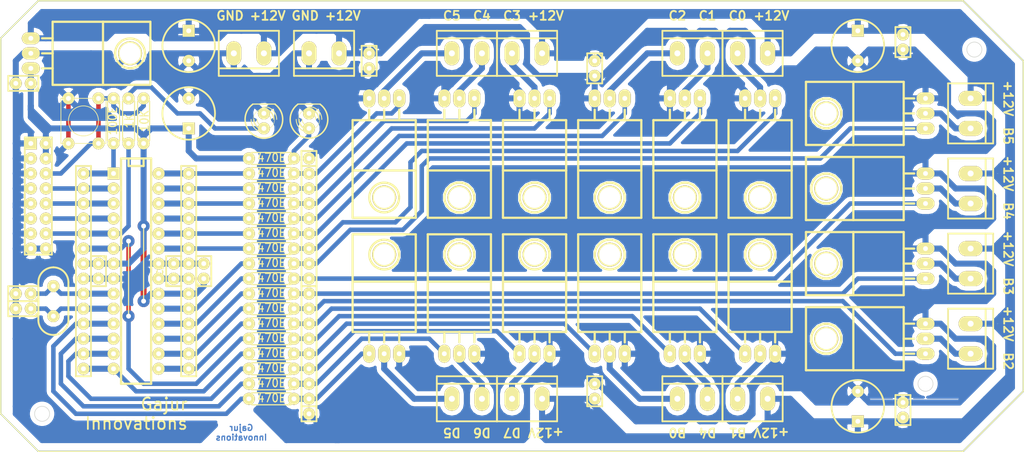
<source format=kicad_pcb>
(kicad_pcb (version 3) (host pcbnew "(2013-05-18 BZR 4017)-stable")
  (layers (15 F.Cu signal) (0 B.Cu signal) (19 F.Paste user) (21 F.SilkS user) (23 F.Mask user) (28 Edge.Cuts user))
  (net 0 "")
  (net 1 +12V)
  (net 2 /MISO)
  (net 3 /MOSI)
  (net 4 /P1)
  (net 5 /P10)
  (net 6 /P11)
  (net 7 /P12)
  (net 8 /P13)
  (net 9 /P14)
  (net 10 /P15)
  (net 11 /P16)
  (net 12 /P19)
  (net 13 /P2)
  (net 14 /P21)
  (net 15 /P23)
  (net 16 /P24)
  (net 17 /P25)
  (net 18 /P26)
  (net 19 /P27)
  (net 20 /P28)
  (net 21 /P3)
  (net 22 /P4)
  (net 23 /P5)
  (net 24 /P6)
  (net 25 /P9)
  (net 26 /RST_IN)
  (net 27 GND)
  (net 28 N-000001)
  (net 29 N-0000011)
  (net 30 N-0000012)
  (net 31 N-0000014)
  (net 32 N-0000017)
  (net 33 N-0000018)
  (net 34 N-0000019)
  (net 35 N-0000020)
  (net 36 N-0000023)
  (net 37 N-0000024)
  (net 38 N-0000025)
  (net 39 N-0000026)
  (net 40 N-0000027)
  (net 41 N-0000028)
  (net 42 N-0000029)
  (net 43 N-000003)
  (net 44 N-0000030)
  (net 45 N-0000031)
  (net 46 N-0000032)
  (net 47 N-0000033)
  (net 48 N-0000034)
  (net 49 N-0000035)
  (net 50 N-0000036)
  (net 51 N-0000038)
  (net 52 N-0000040)
  (net 53 N-0000041)
  (net 54 N-0000043)
  (net 55 N-0000045)
  (net 56 N-0000046)
  (net 57 N-0000049)
  (net 58 N-000006)
  (net 59 N-000007)
  (net 60 N-000008)
  (net 61 N-000009)
  (net 62 VCC)
  (module TO-220_Neutral123_Horizontal (layer F.Cu) (at 52.07 172.72 270)
    (fp_text reference U1 hide)
    (fp_text value 7805 hide)
    (pad GND thru_hole oval (at 0 0) (size 3.048 2.032) (drill 0.8128) (layers *.Cu *.Mask F.SilkS) (net 27 GND))
    (pad VI thru_hole oval (at -2.54 0) (size 3.048 2.032) (drill 0.8128) (layers *.Cu *.Mask F.SilkS) (net 1 +12V))
    (pad VO thru_hole oval (at 2.54 0) (size 3.048 2.032) (drill 0.8128) (layers *.Cu *.Mask F.SilkS) (net 62 VCC))
    (pad GND thru_hole circle (at 0 -16.764) (size 4.064 4.064) (drill 3.556) (layers *.Cu *.Mask F.SilkS) (net 27 GND))
  )
  (module SW_PUSH_SMALL (layer F.Cu) (at 60.96 184.15 90)
    (fp_text reference SW1 hide)
    (fp_text value SW_PUSH hide)
    (pad 1 thru_hole circle (at 3.81 -2.54 90) (size 2.032 2.032) (drill 0.8128) (layers *.Cu *.Mask F.SilkS) (net 27 GND))
    (pad 2 thru_hole circle (at 3.81 2.54 90) (size 2.032 2.032) (drill 0.8128) (layers *.Cu *.Mask F.SilkS) (net 26 /RST_IN))
    (pad 1 thru_hole circle (at -3.81 -2.54 90) (size 2.032 2.032) (drill 0.8128) (layers *.Cu *.Mask F.SilkS) (net 27 GND))
    (pad 2 thru_hole circle (at -3.81 2.54 90) (size 2.032 2.032) (drill 0.8128) (layers *.Cu *.Mask F.SilkS) (net 26 /RST_IN))
  )
  (module SIL-14 (layer F.Cu) (at 78.74 209.55 90)
    (fp_text reference P2 hide)
    (fp_text value CONN_14 hide)
    (pad 1 thru_hole circle (at -16.51 0 90) (size 2.032 2.032) (drill 0.8128) (layers *.Cu *.Mask F.SilkS) (net 10 /P15))
    (pad 2 thru_hole circle (at -13.97 0 90) (size 2.032 2.032) (drill 0.8128) (layers *.Cu *.Mask F.SilkS) (net 11 /P16))
    (pad 3 thru_hole circle (at -11.43 0 90) (size 2.032 2.032) (drill 0.8128) (layers *.Cu *.Mask F.SilkS) (net 3 /MOSI))
    (pad 4 thru_hole circle (at -8.89 0 90) (size 2.032 2.032) (drill 0.8128) (layers *.Cu *.Mask F.SilkS) (net 2 /MISO))
    (pad 5 thru_hole circle (at -6.35 0 90) (size 2.032 2.032) (drill 0.8128) (layers *.Cu *.Mask F.SilkS) (net 12 /P19))
    (pad 6 thru_hole circle (at -3.81 0 90) (size 2.032 2.032) (drill 0.8128) (layers *.Cu *.Mask F.SilkS) (net 62 VCC))
    (pad 7 thru_hole circle (at -1.27 0 90) (size 2.032 2.032) (drill 0.8128) (layers *.Cu *.Mask F.SilkS) (net 14 /P21))
    (pad 8 thru_hole circle (at 1.27 0 90) (size 2.032 2.032) (drill 0.8128) (layers *.Cu *.Mask F.SilkS) (net 27 GND))
    (pad 9 thru_hole circle (at 3.81 0 90) (size 2.032 2.032) (drill 0.8128) (layers *.Cu *.Mask F.SilkS) (net 15 /P23))
    (pad 10 thru_hole circle (at 6.35 0 90) (size 2.032 2.032) (drill 0.8128) (layers *.Cu *.Mask F.SilkS) (net 16 /P24))
    (pad 11 thru_hole circle (at 8.89 0 90) (size 2.032 2.032) (drill 0.8128) (layers *.Cu *.Mask F.SilkS) (net 17 /P25))
    (pad 12 thru_hole circle (at 11.43 0 90) (size 2.032 2.032) (drill 0.8128) (layers *.Cu *.Mask F.SilkS) (net 18 /P26))
    (pad 13 thru_hole circle (at 13.97 0 90) (size 2.032 2.032) (drill 0.8128) (layers *.Cu *.Mask F.SilkS) (net 19 /P27))
    (pad 14 thru_hole circle (at 16.51 0 90) (size 2.032 2.032) (drill 0.8128) (layers *.Cu *.Mask F.SilkS) (net 20 /P28))
  )
  (module SIL-14 (layer F.Cu) (at 60.96 209.55 270)
    (fp_text reference P1 hide)
    (fp_text value CONN_14 hide)
    (pad 1 thru_hole circle (at -16.51 0 270) (size 2.032 2.032) (drill 0.8128) (layers *.Cu *.Mask F.SilkS) (net 4 /P1))
    (pad 2 thru_hole circle (at -13.97 0 270) (size 2.032 2.032) (drill 0.8128) (layers *.Cu *.Mask F.SilkS) (net 13 /P2))
    (pad 3 thru_hole circle (at -11.43 0 270) (size 2.032 2.032) (drill 0.8128) (layers *.Cu *.Mask F.SilkS) (net 21 /P3))
    (pad 4 thru_hole circle (at -8.89 0 270) (size 2.032 2.032) (drill 0.8128) (layers *.Cu *.Mask F.SilkS) (net 22 /P4))
    (pad 5 thru_hole circle (at -6.35 0 270) (size 2.032 2.032) (drill 0.8128) (layers *.Cu *.Mask F.SilkS) (net 23 /P5))
    (pad 6 thru_hole circle (at -3.81 0 270) (size 2.032 2.032) (drill 0.8128) (layers *.Cu *.Mask F.SilkS) (net 24 /P6))
    (pad 7 thru_hole circle (at -1.27 0 270) (size 2.032 2.032) (drill 0.8128) (layers *.Cu *.Mask F.SilkS) (net 62 VCC))
    (pad 8 thru_hole circle (at 1.27 0 270) (size 2.032 2.032) (drill 0.8128) (layers *.Cu *.Mask F.SilkS) (net 27 GND))
    (pad 9 thru_hole circle (at 3.81 0 270) (size 2.032 2.032) (drill 0.8128) (layers *.Cu *.Mask F.SilkS) (net 25 /P9))
    (pad 10 thru_hole circle (at 6.35 0 270) (size 2.032 2.032) (drill 0.8128) (layers *.Cu *.Mask F.SilkS) (net 5 /P10))
    (pad 11 thru_hole circle (at 8.89 0 270) (size 2.032 2.032) (drill 0.8128) (layers *.Cu *.Mask F.SilkS) (net 6 /P11))
    (pad 12 thru_hole circle (at 11.43 0 270) (size 2.032 2.032) (drill 0.8128) (layers *.Cu *.Mask F.SilkS) (net 7 /P12))
    (pad 13 thru_hole circle (at 13.97 0 270) (size 2.032 2.032) (drill 0.8128) (layers *.Cu *.Mask F.SilkS) (net 8 /P13))
    (pad 14 thru_hole circle (at 16.51 0 270) (size 2.032 2.032) (drill 0.8128) (layers *.Cu *.Mask F.SilkS) (net 9 /P14))
  )
  (module r_pack8 (layer F.Cu) (at 99.06 223.52 90)
    (fp_text reference RR2 hide)
    (fp_text value RR8 hide)
    (pad 1 thru_hole circle (at -10.16 0 90) (size 2.032 2.032) (drill 0.8128) (layers *.Cu *.Mask F.SilkS) (net 27 GND))
    (pad 2 thru_hole circle (at -7.62 0 90) (size 2.032 2.032) (drill 0.8128) (layers *.Cu *.Mask F.SilkS) (net 51 N-0000038))
    (pad 3 thru_hole circle (at -5.08 0 90) (size 2.032 2.032) (drill 0.8128) (layers *.Cu *.Mask F.SilkS) (net 50 N-0000036))
    (pad 4 thru_hole circle (at -2.54 0 90) (size 2.032 2.032) (drill 0.8128) (layers *.Cu *.Mask F.SilkS) (net 54 N-0000043))
    (pad 5 thru_hole circle (at 0 0 90) (size 2.032 2.032) (drill 0.8128) (layers *.Cu *.Mask F.SilkS) (net 37 N-0000024))
    (pad 6 thru_hole circle (at 2.54 0 90) (size 2.032 2.032) (drill 0.8128) (layers *.Cu *.Mask F.SilkS) (net 41 N-0000028))
    (pad 7 thru_hole circle (at 5.08 0 90) (size 2.032 2.032) (drill 0.8128) (layers *.Cu *.Mask F.SilkS) (net 42 N-0000029))
    (pad 8 thru_hole circle (at 7.62 0 90) (size 2.032 2.032) (drill 0.8128) (layers *.Cu *.Mask F.SilkS) (net 53 N-0000041))
    (pad 9 thru_hole circle (at 10.16 0 90) (size 2.032 2.032) (drill 0.8128) (layers *.Cu *.Mask F.SilkS) (net 44 N-0000030))
  )
  (module r_pack8 (layer F.Cu) (at 99.06 200.66 270)
    (fp_text reference RR1 hide)
    (fp_text value RR8 hide)
    (pad 1 thru_hole circle (at -10.16 0 270) (size 2.032 2.032) (drill 0.8128) (layers *.Cu *.Mask F.SilkS) (net 27 GND))
    (pad 2 thru_hole circle (at -7.62 0 270) (size 2.032 2.032) (drill 0.8128) (layers *.Cu *.Mask F.SilkS) (net 45 N-0000031))
    (pad 3 thru_hole circle (at -5.08 0 270) (size 2.032 2.032) (drill 0.8128) (layers *.Cu *.Mask F.SilkS) (net 46 N-0000032))
    (pad 4 thru_hole circle (at -2.54 0 270) (size 2.032 2.032) (drill 0.8128) (layers *.Cu *.Mask F.SilkS) (net 47 N-0000033))
    (pad 5 thru_hole circle (at 0 0 270) (size 2.032 2.032) (drill 0.8128) (layers *.Cu *.Mask F.SilkS) (net 48 N-0000034))
    (pad 6 thru_hole circle (at 2.54 0 270) (size 2.032 2.032) (drill 0.8128) (layers *.Cu *.Mask F.SilkS) (net 49 N-0000035))
    (pad 7 thru_hole circle (at 5.08 0 270) (size 2.032 2.032) (drill 0.8128) (layers *.Cu *.Mask F.SilkS) (net 40 N-0000027))
    (pad 8 thru_hole circle (at 7.62 0 270) (size 2.032 2.032) (drill 0.8128) (layers *.Cu *.Mask F.SilkS) (net 38 N-0000025))
    (pad 9 thru_hole circle (at 10.16 0 270) (size 2.032 2.032) (drill 0.8128) (layers *.Cu *.Mask F.SilkS) (net 39 N-0000026))
  )
  (module R3 (layer F.Cu) (at 92.71 226.06 180)
    (fp_text reference R14 hide)
    (fp_text value 470E (at 0 0.127 180) (layer F.SilkS) (effects (font (size 1.397 1.27) (thickness 0.2032))))
    (pad 1 thru_hole circle (at -3.81 0 180) (size 2.032 2.032) (drill 0.8128) (layers *.Cu *.Mask F.SilkS) (net 54 N-0000043))
    (pad 2 thru_hole circle (at 3.81 0 180) (size 2.032 2.032) (drill 0.8128) (layers *.Cu *.Mask F.SilkS) (net 8 /P13))
  )
  (module R3 (layer F.Cu) (at 92.71 205.74 180)
    (fp_text reference R9 hide)
    (fp_text value 470E (at 0 0.127 180) (layer F.SilkS) (effects (font (size 1.397 1.27) (thickness 0.2032))))
    (pad 1 thru_hole circle (at -3.81 0 180) (size 2.032 2.032) (drill 0.8128) (layers *.Cu *.Mask F.SilkS) (net 40 N-0000027))
    (pad 2 thru_hole circle (at 3.81 0 180) (size 2.032 2.032) (drill 0.8128) (layers *.Cu *.Mask F.SilkS) (net 15 /P23))
  )
  (module R3 (layer F.Cu) (at 92.71 210.82 180)
    (fp_text reference R12 hide)
    (fp_text value 470E (at 0 0.127 180) (layer F.SilkS) (effects (font (size 1.397 1.27) (thickness 0.2032))))
    (pad 1 thru_hole circle (at -3.81 0 180) (size 2.032 2.032) (drill 0.8128) (layers *.Cu *.Mask F.SilkS) (net 39 N-0000026))
    (pad 2 thru_hole circle (at 3.81 0 180) (size 2.032 2.032) (drill 0.8128) (layers *.Cu *.Mask F.SilkS) (net 2 /MISO))
  )
  (module R3 (layer F.Cu) (at 92.71 203.2 180)
    (fp_text reference R10 hide)
    (fp_text value 470E (at 0 0.127 180) (layer F.SilkS) (effects (font (size 1.397 1.27) (thickness 0.2032))))
    (pad 1 thru_hole circle (at -3.81 0 180) (size 2.032 2.032) (drill 0.8128) (layers *.Cu *.Mask F.SilkS) (net 49 N-0000035))
    (pad 2 thru_hole circle (at 3.81 0 180) (size 2.032 2.032) (drill 0.8128) (layers *.Cu *.Mask F.SilkS) (net 16 /P24))
  )
  (module R3 (layer F.Cu) (at 92.71 200.66 180)
    (fp_text reference R11 hide)
    (fp_text value 470E (at 0 0.127 180) (layer F.SilkS) (effects (font (size 1.397 1.27) (thickness 0.2032))))
    (pad 1 thru_hole circle (at -3.81 0 180) (size 2.032 2.032) (drill 0.8128) (layers *.Cu *.Mask F.SilkS) (net 48 N-0000034))
    (pad 2 thru_hole circle (at 3.81 0 180) (size 2.032 2.032) (drill 0.8128) (layers *.Cu *.Mask F.SilkS) (net 17 /P25))
  )
  (module R3 (layer F.Cu) (at 92.71 208.28 180)
    (fp_text reference R13 hide)
    (fp_text value 470E (at 0 0.127 180) (layer F.SilkS) (effects (font (size 1.397 1.27) (thickness 0.2032))))
    (pad 1 thru_hole circle (at -3.81 0 180) (size 2.032 2.032) (drill 0.8128) (layers *.Cu *.Mask F.SilkS) (net 38 N-0000025))
    (pad 2 thru_hole circle (at 3.81 0 180) (size 2.032 2.032) (drill 0.8128) (layers *.Cu *.Mask F.SilkS) (net 12 /P19))
  )
  (module R3 (layer F.Cu) (at 92.71 198.12 180)
    (fp_text reference R6 hide)
    (fp_text value 470E (at 0 0.127 180) (layer F.SilkS) (effects (font (size 1.397 1.27) (thickness 0.2032))))
    (pad 1 thru_hole circle (at -3.81 0 180) (size 2.032 2.032) (drill 0.8128) (layers *.Cu *.Mask F.SilkS) (net 47 N-0000033))
    (pad 2 thru_hole circle (at 3.81 0 180) (size 2.032 2.032) (drill 0.8128) (layers *.Cu *.Mask F.SilkS) (net 18 /P26))
  )
  (module R3 (layer F.Cu) (at 92.71 228.6 180)
    (fp_text reference R15 hide)
    (fp_text value 470E (at 0 0.127 180) (layer F.SilkS) (effects (font (size 1.397 1.27) (thickness 0.2032))))
    (pad 1 thru_hole circle (at -3.81 0 180) (size 2.032 2.032) (drill 0.8128) (layers *.Cu *.Mask F.SilkS) (net 50 N-0000036))
    (pad 2 thru_hole circle (at 3.81 0 180) (size 2.032 2.032) (drill 0.8128) (layers *.Cu *.Mask F.SilkS) (net 7 /P12))
  )
  (module R3 (layer F.Cu) (at 92.71 231.14 180)
    (fp_text reference R16 hide)
    (fp_text value 470E (at 0 0.127 180) (layer F.SilkS) (effects (font (size 1.397 1.27) (thickness 0.2032))))
    (pad 1 thru_hole circle (at -3.81 0 180) (size 2.032 2.032) (drill 0.8128) (layers *.Cu *.Mask F.SilkS) (net 51 N-0000038))
    (pad 2 thru_hole circle (at 3.81 0 180) (size 2.032 2.032) (drill 0.8128) (layers *.Cu *.Mask F.SilkS) (net 6 /P11))
  )
  (module R3 (layer F.Cu) (at 92.71 215.9 180)
    (fp_text reference R20 hide)
    (fp_text value 470E (at 0 0.127 180) (layer F.SilkS) (effects (font (size 1.397 1.27) (thickness 0.2032))))
    (pad 1 thru_hole circle (at -3.81 0 180) (size 2.032 2.032) (drill 0.8128) (layers *.Cu *.Mask F.SilkS) (net 53 N-0000041))
    (pad 2 thru_hole circle (at 3.81 0 180) (size 2.032 2.032) (drill 0.8128) (layers *.Cu *.Mask F.SilkS) (net 11 /P16))
  )
  (module R3 (layer F.Cu) (at 92.71 218.44 180)
    (fp_text reference R17 hide)
    (fp_text value 470E (at 0 0.127 180) (layer F.SilkS) (effects (font (size 1.397 1.27) (thickness 0.2032))))
    (pad 1 thru_hole circle (at -3.81 0 180) (size 2.032 2.032) (drill 0.8128) (layers *.Cu *.Mask F.SilkS) (net 42 N-0000029))
    (pad 2 thru_hole circle (at 3.81 0 180) (size 2.032 2.032) (drill 0.8128) (layers *.Cu *.Mask F.SilkS) (net 10 /P15))
  )
  (module R3 (layer F.Cu) (at 92.71 220.98 180)
    (fp_text reference R18 hide)
    (fp_text value 470E (at 0 0.127 180) (layer F.SilkS) (effects (font (size 1.397 1.27) (thickness 0.2032))))
    (pad 1 thru_hole circle (at -3.81 0 180) (size 2.032 2.032) (drill 0.8128) (layers *.Cu *.Mask F.SilkS) (net 41 N-0000028))
    (pad 2 thru_hole circle (at 3.81 0 180) (size 2.032 2.032) (drill 0.8128) (layers *.Cu *.Mask F.SilkS) (net 24 /P6))
  )
  (module R3 (layer F.Cu) (at 92.71 223.52 180)
    (fp_text reference R19 hide)
    (fp_text value 470E (at 0 0.127 180) (layer F.SilkS) (effects (font (size 1.397 1.27) (thickness 0.2032))))
    (pad 1 thru_hole circle (at -3.81 0 180) (size 2.032 2.032) (drill 0.8128) (layers *.Cu *.Mask F.SilkS) (net 37 N-0000024))
    (pad 2 thru_hole circle (at 3.81 0 180) (size 2.032 2.032) (drill 0.8128) (layers *.Cu *.Mask F.SilkS) (net 9 /P14))
  )
  (module R3 (layer F.Cu) (at 92.71 213.36 180)
    (fp_text reference R21 hide)
    (fp_text value 470E (at 0 0.127 180) (layer F.SilkS) (effects (font (size 1.397 1.27) (thickness 0.2032))))
    (pad 1 thru_hole circle (at -3.81 0 180) (size 2.032 2.032) (drill 0.8128) (layers *.Cu *.Mask F.SilkS) (net 44 N-0000030))
    (pad 2 thru_hole circle (at 3.81 0 180) (size 2.032 2.032) (drill 0.8128) (layers *.Cu *.Mask F.SilkS) (net 3 /MOSI))
  )
  (module R3 (layer F.Cu) (at 92.71 195.58 180)
    (fp_text reference R7 hide)
    (fp_text value 470E (at 0 0.127 180) (layer F.SilkS) (effects (font (size 1.397 1.27) (thickness 0.2032))))
    (pad 1 thru_hole circle (at -3.81 0 180) (size 2.032 2.032) (drill 0.8128) (layers *.Cu *.Mask F.SilkS) (net 46 N-0000032))
    (pad 2 thru_hole circle (at 3.81 0 180) (size 2.032 2.032) (drill 0.8128) (layers *.Cu *.Mask F.SilkS) (net 19 /P27))
  )
  (module R3 (layer F.Cu) (at 92.71 190.5 180)
    (fp_text reference R4 hide)
    (fp_text value 470E (at 0 0.127 180) (layer F.SilkS) (effects (font (size 1.397 1.27) (thickness 0.2032))))
    (pad 1 thru_hole circle (at -3.81 0 180) (size 2.032 2.032) (drill 0.8128) (layers *.Cu *.Mask F.SilkS) (net 31 N-0000014))
    (pad 2 thru_hole circle (at 3.81 0 180) (size 2.032 2.032) (drill 0.8128) (layers *.Cu *.Mask F.SilkS) (net 62 VCC))
  )
  (module R3 (layer F.Cu) (at 66.04 184.15 270)
    (fp_text reference R3 hide)
    (fp_text value 100E (at 0 0.127 270) (layer F.SilkS) (effects (font (size 1.397 1.27) (thickness 0.2032))))
    (pad 1 thru_hole circle (at -3.81 0 270) (size 2.032 2.032) (drill 0.8128) (layers *.Cu *.Mask F.SilkS) (net 26 /RST_IN))
    (pad 2 thru_hole circle (at 3.81 0 270) (size 2.032 2.032) (drill 0.8128) (layers *.Cu *.Mask F.SilkS) (net 4 /P1))
  )
  (module R3 (layer F.Cu) (at 71.12 184.15 90)
    (fp_text reference R2 hide)
    (fp_text value 10K (at 0 0.127 90) (layer F.SilkS) (effects (font (size 1.397 1.27) (thickness 0.2032))))
    (pad 1 thru_hole circle (at -3.81 0 90) (size 2.032 2.032) (drill 0.8128) (layers *.Cu *.Mask F.SilkS) (net 62 VCC))
    (pad 2 thru_hole circle (at 3.81 0 90) (size 2.032 2.032) (drill 0.8128) (layers *.Cu *.Mask F.SilkS) (net 26 /RST_IN))
  )
  (module R3 (layer F.Cu) (at 68.58 184.15 90)
    (fp_text reference R1 hide)
    (fp_text value 1K (at 0 0.127 90) (layer F.SilkS) (effects (font (size 1.397 1.27) (thickness 0.2032))))
    (pad 1 thru_hole circle (at -3.81 0 90) (size 2.032 2.032) (drill 0.8128) (layers *.Cu *.Mask F.SilkS) (net 23 /P5))
    (pad 2 thru_hole circle (at 3.81 0 90) (size 2.032 2.032) (drill 0.8128) (layers *.Cu *.Mask F.SilkS) (net 32 N-0000017))
  )
  (module R3 (layer F.Cu) (at 92.71 193.04 180)
    (fp_text reference R8 hide)
    (fp_text value 470E (at 0 0.127 180) (layer F.SilkS) (effects (font (size 1.397 1.27) (thickness 0.2032))))
    (pad 1 thru_hole circle (at -3.81 0 180) (size 2.032 2.032) (drill 0.8128) (layers *.Cu *.Mask F.SilkS) (net 45 N-0000031))
    (pad 2 thru_hole circle (at 3.81 0 180) (size 2.032 2.032) (drill 0.8128) (layers *.Cu *.Mask F.SilkS) (net 20 /P28))
  )
  (module pin_array_8x2 (layer F.Cu) (at 53.34 196.85 270)
    (fp_text reference P5 hide)
    (fp_text value CONN_8X2 hide)
    (pad 1 thru_hole rect (at -8.89 1.27 270) (size 2.032 2.032) (drill 0.8128) (layers *.Cu *.Mask F.SilkS) (net 27 GND))
    (pad 2 thru_hole circle (at -8.89 -1.27 270) (size 2.032 2.032) (drill 0.8128) (layers *.Cu *.Mask F.SilkS) (net 62 VCC))
    (pad 3 thru_hole circle (at -6.35 1.27 270) (size 2.032 2.032) (drill 0.8128) (layers *.Cu *.Mask F.SilkS) (net 27 GND))
    (pad 4 thru_hole circle (at -6.35 -1.27 270) (size 2.032 2.032) (drill 0.8128) (layers *.Cu *.Mask F.SilkS) (net 62 VCC))
    (pad 5 thru_hole circle (at -3.81 1.27 270) (size 2.032 2.032) (drill 0.8128) (layers *.Cu *.Mask F.SilkS) (net 27 GND))
    (pad 6 thru_hole circle (at -3.81 -1.27 270) (size 2.032 2.032) (drill 0.8128) (layers *.Cu *.Mask F.SilkS) (net 26 /RST_IN))
    (pad 7 thru_hole circle (at -1.27 1.27 270) (size 2.032 2.032) (drill 0.8128) (layers *.Cu *.Mask F.SilkS) (net 27 GND))
    (pad 8 thru_hole circle (at -1.27 -1.27 270) (size 2.032 2.032) (drill 0.8128) (layers *.Cu *.Mask F.SilkS) (net 13 /P2))
    (pad 9 thru_hole circle (at 1.27 1.27 270) (size 2.032 2.032) (drill 0.8128) (layers *.Cu *.Mask F.SilkS) (net 27 GND))
    (pad 10 thru_hole circle (at 1.27 -1.27 270) (size 2.032 2.032) (drill 0.8128) (layers *.Cu *.Mask F.SilkS) (net 21 /P3))
    (pad 11 thru_hole circle (at 3.81 1.27 270) (size 2.032 2.032) (drill 0.8128) (layers *.Cu *.Mask F.SilkS) (net 27 GND))
    (pad 12 thru_hole circle (at 3.81 -1.27 270) (size 2.032 2.032) (drill 0.8128) (layers *.Cu *.Mask F.SilkS) (net 22 /P4))
    (pad 13 thru_hole circle (at 6.35 1.27 270) (size 2.032 2.032) (drill 0.8128) (layers *.Cu *.Mask F.SilkS) (net 27 GND))
    (pad 14 thru_hole circle (at 6.35 -1.27 270) (size 2.032 2.032) (drill 0.8128) (layers *.Cu *.Mask F.SilkS) (net 23 /P5))
    (pad 15 thru_hole circle (at 8.89 1.27 270) (size 2.032 2.032) (drill 0.8128) (layers *.Cu *.Mask F.SilkS) (net 27 GND))
    (pad 16 thru_hole circle (at 8.89 -1.27 270) (size 2.032 2.032) (drill 0.8128) (layers *.Cu *.Mask F.SilkS) (net 27 GND))
  )
  (module LED-5MM (layer F.Cu) (at 99.06 184.15 90)
    (fp_text reference D2 hide)
    (fp_text value LED hide)
    (pad 1 thru_hole circle (at -1.27 0 90) (size 2.032 2.032) (drill 0.8128) (layers *.Cu *.Mask F.SilkS) (net 31 N-0000014))
    (pad 2 thru_hole circle (at 1.27 0 90) (size 2.032 2.032) (drill 0.8128) (layers *.Cu *.Mask F.SilkS) (net 27 GND))
  )
  (module LED-5MM (layer F.Cu) (at 91.44 184.15 90)
    (fp_text reference D1 hide)
    (fp_text value LED hide)
    (pad 1 thru_hole circle (at -1.27 0 90) (size 2.032 2.032) (drill 0.8128) (layers *.Cu *.Mask F.SilkS) (net 32 N-0000017))
    (pad 2 thru_hole circle (at 1.27 0 90) (size 2.032 2.032) (drill 0.8128) (layers *.Cu *.Mask F.SilkS) (net 27 GND))
  )
  (module HC-49V (layer F.Cu) (at 55.88 214.63 270)
    (fp_text reference X1 hide)
    (fp_text value 16MHz hide)
    (pad 1 thru_hole circle (at -2.54 0 270) (size 2.032 2.032) (drill 0.8128) (layers *.Cu *.Mask F.SilkS) (net 25 /P9))
    (pad 2 thru_hole circle (at 2.54 0 270) (size 2.032 2.032) (drill 0.8128) (layers *.Cu *.Mask F.SilkS) (net 5 /P10))
  )
  (module DIP-28__300 (layer F.Cu) (at 69.85 209.55 270)
    (fp_text reference IC1 hide)
    (fp_text value ATMEGA168-P hide)
    (pad 2 thru_hole circle (at -13.97 3.81 270) (size 2.032 2.032) (drill 0.8128) (layers *.Cu *.Mask F.SilkS) (net 13 /P2))
    (pad 3 thru_hole circle (at -11.43 3.81 270) (size 2.032 2.032) (drill 0.8128) (layers *.Cu *.Mask F.SilkS) (net 21 /P3))
    (pad 4 thru_hole circle (at -8.89 3.81 270) (size 2.032 2.032) (drill 0.8128) (layers *.Cu *.Mask F.SilkS) (net 22 /P4))
    (pad 5 thru_hole circle (at -6.35 3.81 270) (size 2.032 2.032) (drill 0.8128) (layers *.Cu *.Mask F.SilkS) (net 23 /P5))
    (pad 6 thru_hole circle (at -3.81 3.81 270) (size 2.032 2.032) (drill 0.8128) (layers *.Cu *.Mask F.SilkS) (net 24 /P6))
    (pad 7 thru_hole circle (at -1.27 3.81 270) (size 2.032 2.032) (drill 0.8128) (layers *.Cu *.Mask F.SilkS) (net 62 VCC))
    (pad 8 thru_hole circle (at 1.27 3.81 270) (size 2.032 2.032) (drill 0.8128) (layers *.Cu *.Mask F.SilkS) (net 27 GND))
    (pad 9 thru_hole circle (at 3.81 3.81 270) (size 2.032 2.032) (drill 0.8128) (layers *.Cu *.Mask F.SilkS) (net 25 /P9))
    (pad 10 thru_hole circle (at 6.35 3.81 270) (size 2.032 2.032) (drill 0.8128) (layers *.Cu *.Mask F.SilkS) (net 5 /P10))
    (pad 11 thru_hole circle (at 8.89 3.81 270) (size 2.032 2.032) (drill 0.8128) (layers *.Cu *.Mask F.SilkS) (net 6 /P11))
    (pad 12 thru_hole circle (at 11.43 3.81 270) (size 2.032 2.032) (drill 0.8128) (layers *.Cu *.Mask F.SilkS) (net 7 /P12))
    (pad 13 thru_hole circle (at 13.97 3.81 270) (size 2.032 2.032) (drill 0.8128) (layers *.Cu *.Mask F.SilkS) (net 8 /P13))
    (pad 14 thru_hole circle (at 16.51 3.81 270) (size 2.032 2.032) (drill 0.8128) (layers *.Cu *.Mask F.SilkS) (net 9 /P14))
    (pad 1 thru_hole rect (at -16.51 3.81 270) (size 2.032 2.032) (drill 0.8128) (layers *.Cu *.Mask F.SilkS) (net 4 /P1))
    (pad 15 thru_hole circle (at 16.51 -3.81 270) (size 2.032 2.032) (drill 0.8128) (layers *.Cu *.Mask F.SilkS) (net 10 /P15))
    (pad 16 thru_hole circle (at 13.97 -3.81 270) (size 2.032 2.032) (drill 0.8128) (layers *.Cu *.Mask F.SilkS) (net 11 /P16))
    (pad 17 thru_hole circle (at 11.43 -3.81 270) (size 2.032 2.032) (drill 0.8128) (layers *.Cu *.Mask F.SilkS) (net 3 /MOSI))
    (pad 18 thru_hole circle (at 8.89 -3.81 270) (size 2.032 2.032) (drill 0.8128) (layers *.Cu *.Mask F.SilkS) (net 2 /MISO))
    (pad 19 thru_hole circle (at 6.35 -3.81 270) (size 2.032 2.032) (drill 0.8128) (layers *.Cu *.Mask F.SilkS) (net 12 /P19))
    (pad 20 thru_hole circle (at 3.81 -3.81 270) (size 2.032 2.032) (drill 0.8128) (layers *.Cu *.Mask F.SilkS) (net 62 VCC))
    (pad 21 thru_hole circle (at 1.27 -3.81 270) (size 2.032 2.032) (drill 0.8128) (layers *.Cu *.Mask F.SilkS) (net 14 /P21))
    (pad 22 thru_hole circle (at -1.27 -3.81 270) (size 2.032 2.032) (drill 0.8128) (layers *.Cu *.Mask F.SilkS) (net 27 GND))
    (pad 23 thru_hole circle (at -3.81 -3.81 270) (size 2.032 2.032) (drill 0.8128) (layers *.Cu *.Mask F.SilkS) (net 15 /P23))
    (pad 24 thru_hole circle (at -6.35 -3.81 270) (size 2.032 2.032) (drill 0.8128) (layers *.Cu *.Mask F.SilkS) (net 16 /P24))
    (pad 25 thru_hole circle (at -8.89 -3.81 270) (size 2.032 2.032) (drill 0.8128) (layers *.Cu *.Mask F.SilkS) (net 17 /P25))
    (pad 26 thru_hole circle (at -11.43 -3.81 270) (size 2.032 2.032) (drill 0.8128) (layers *.Cu *.Mask F.SilkS) (net 18 /P26))
    (pad 27 thru_hole circle (at -13.97 -3.81 270) (size 2.032 2.032) (drill 0.8128) (layers *.Cu *.Mask F.SilkS) (net 19 /P27))
    (pad 28 thru_hole circle (at -16.51 -3.81 270) (size 2.032 2.032) (drill 0.8128) (layers *.Cu *.Mask F.SilkS) (net 20 /P28))
  )
  (module C2V8 (layer F.Cu) (at 191.77 232.41 90)
    (fp_text reference C9 hide)
    (fp_text value 1000uF hide)
    (pad 1 thru_hole rect (at -2.54 0 90) (size 2.032 2.032) (drill 0.8128) (layers *.Cu *.Mask F.SilkS) (net 1 +12V))
    (pad 2 thru_hole circle (at 2.54 0 90) (size 2.032 2.032) (drill 0.8128) (layers *.Cu *.Mask F.SilkS) (net 27 GND))
  )
  (module C2V8 (layer F.Cu) (at 78.74 182.88 90)
    (fp_text reference C4 hide)
    (fp_text value 1000uF hide)
    (pad 1 thru_hole rect (at -2.54 0 90) (size 2.032 2.032) (drill 0.8128) (layers *.Cu *.Mask F.SilkS) (net 62 VCC))
    (pad 2 thru_hole circle (at 2.54 0 90) (size 2.032 2.032) (drill 0.8128) (layers *.Cu *.Mask F.SilkS) (net 27 GND))
  )
  (module C2V8 (layer F.Cu) (at 191.77 171.45 270)
    (fp_text reference C8 hide)
    (fp_text value 1000uF hide)
    (pad 1 thru_hole rect (at -2.54 0 270) (size 2.032 2.032) (drill 0.8128) (layers *.Cu *.Mask F.SilkS) (net 1 +12V))
    (pad 2 thru_hole circle (at 2.54 0 270) (size 2.032 2.032) (drill 0.8128) (layers *.Cu *.Mask F.SilkS) (net 27 GND))
  )
  (module C2V8 (layer F.Cu) (at 78.74 171.45 270)
    (fp_text reference C6 hide)
    (fp_text value 1000uF hide)
    (pad 1 thru_hole rect (at -2.54 0 270) (size 2.032 2.032) (drill 0.8128) (layers *.Cu *.Mask F.SilkS) (net 1 +12V))
    (pad 2 thru_hole circle (at 2.54 0 270) (size 2.032 2.032) (drill 0.8128) (layers *.Cu *.Mask F.SilkS) (net 27 GND))
  )
  (module C1 (layer F.Cu) (at 76.2 209.55 90)
    (fp_text reference C2 (at 0.254 -2.286 90) (layer F.SilkS) (effects (font (size 1.016 1.016) (thickness 0.2032))))
    (fp_text value 104 hide)
    (pad 1 thru_hole circle (at -1.27 0 90) (size 2.032 2.032) (drill 0.8128) (layers *.Cu *.Mask F.SilkS) (net 14 /P21))
    (pad 2 thru_hole circle (at 1.27 0 90) (size 2.032 2.032) (drill 0.8128) (layers *.Cu *.Mask F.SilkS) (net 27 GND))
  )
  (module C1 (layer F.Cu) (at 199.39 233.045 90)
    (fp_text reference C11 hide)
    (fp_text value 104 hide)
    (pad 1 thru_hole circle (at -1.27 0 90) (size 2.032 2.032) (drill 0.8128) (layers *.Cu *.Mask F.SilkS) (net 1 +12V))
    (pad 2 thru_hole circle (at 1.27 0 90) (size 2.032 2.032) (drill 0.8128) (layers *.Cu *.Mask F.SilkS) (net 27 GND))
  )
  (module C1 (layer F.Cu) (at 199.39 170.815 270)
    (fp_text reference C10 hide)
    (fp_text value 104 hide)
    (pad 1 thru_hole circle (at -1.27 0 270) (size 2.032 2.032) (drill 0.8128) (layers *.Cu *.Mask F.SilkS) (net 1 +12V))
    (pad 2 thru_hole circle (at 1.27 0 270) (size 2.032 2.032) (drill 0.8128) (layers *.Cu *.Mask F.SilkS) (net 27 GND))
  )
  (module C1 (layer F.Cu) (at 147.32 229.87 90)
    (fp_text reference C12 hide)
    (fp_text value 104 hide)
    (pad 1 thru_hole circle (at -1.27 0 90) (size 2.032 2.032) (drill 0.8128) (layers *.Cu *.Mask F.SilkS) (net 1 +12V))
    (pad 2 thru_hole circle (at 1.27 0 90) (size 2.032 2.032) (drill 0.8128) (layers *.Cu *.Mask F.SilkS) (net 27 GND))
  )
  (module C1 (layer F.Cu) (at 50.8 177.8 180)
    (fp_text reference C5 hide)
    (fp_text value 104 hide)
    (pad 1 thru_hole circle (at -1.27 0 180) (size 2.032 2.032) (drill 0.8128) (layers *.Cu *.Mask F.SilkS) (net 62 VCC))
    (pad 2 thru_hole circle (at 1.27 0 180) (size 2.032 2.032) (drill 0.8128) (layers *.Cu *.Mask F.SilkS) (net 27 GND))
  )
  (module C1 (layer F.Cu) (at 50.8 215.9 180)
    (fp_text reference C3 hide)
    (fp_text value 22pF hide)
    (pad 1 thru_hole circle (at -1.27 0 180) (size 2.032 2.032) (drill 0.8128) (layers *.Cu *.Mask F.SilkS) (net 5 /P10))
    (pad 2 thru_hole circle (at 1.27 0 180) (size 2.032 2.032) (drill 0.8128) (layers *.Cu *.Mask F.SilkS) (net 27 GND))
  )
  (module C1 (layer F.Cu) (at 50.8 213.36 180)
    (fp_text reference C1 hide)
    (fp_text value 22pF hide)
    (pad 1 thru_hole circle (at -1.27 0 180) (size 2.032 2.032) (drill 0.8128) (layers *.Cu *.Mask F.SilkS) (net 25 /P9))
    (pad 2 thru_hole circle (at 1.27 0 180) (size 2.032 2.032) (drill 0.8128) (layers *.Cu *.Mask F.SilkS) (net 27 GND))
  )
  (module C1 (layer F.Cu) (at 109.22 173.99 270)
    (fp_text reference C13 hide)
    (fp_text value 104 hide)
    (pad 1 thru_hole circle (at -1.27 0 270) (size 2.032 2.032) (drill 0.8128) (layers *.Cu *.Mask F.SilkS) (net 1 +12V))
    (pad 2 thru_hole circle (at 1.27 0 270) (size 2.032 2.032) (drill 0.8128) (layers *.Cu *.Mask F.SilkS) (net 27 GND))
  )
  (module C1 (layer F.Cu) (at 147.32 175.26 270)
    (fp_text reference C14 hide)
    (fp_text value 104 hide)
    (pad 1 thru_hole circle (at -1.27 0 270) (size 2.032 2.032) (drill 0.8128) (layers *.Cu *.Mask F.SilkS) (net 1 +12V))
    (pad 2 thru_hole circle (at 1.27 0 270) (size 2.032 2.032) (drill 0.8128) (layers *.Cu *.Mask F.SilkS) (net 27 GND))
  )
  (module C1 (layer F.Cu) (at 81.28 209.55 90)
    (fp_text reference C15 hide)
    (fp_text value 104 hide)
    (pad 1 thru_hole circle (at -1.27 0 90) (size 2.032 2.032) (drill 0.8128) (layers *.Cu *.Mask F.SilkS) (net 62 VCC))
    (pad 2 thru_hole circle (at 1.27 0 90) (size 2.032 2.032) (drill 0.8128) (layers *.Cu *.Mask F.SilkS) (net 27 GND))
  )
  (module C1 (layer F.Cu) (at 63.5 209.55 270)
    (fp_text reference C16 hide)
    (fp_text value 104 hide)
    (pad 1 thru_hole circle (at -1.27 0 270) (size 2.032 2.032) (drill 0.8128) (layers *.Cu *.Mask F.SilkS) (net 62 VCC))
    (pad 2 thru_hole circle (at 1.27 0 270) (size 2.032 2.032) (drill 0.8128) (layers *.Cu *.Mask F.SilkS) (net 27 GND))
  )
  (module TO-220_Neutral123_Horizontal (layer F.Cu) (at 203.2 220.98 90)
    (fp_text reference Q15 hide)
    (fp_text value TIP122 hide)
    (pad 2 thru_hole oval (at 0 0 180) (size 3.048 2.032) (drill 0.8128) (layers *.Cu *.Mask F.SilkS) (net 52 N-0000040))
    (pad 1 thru_hole oval (at -2.54 0 180) (size 3.048 2.032) (drill 0.8128) (layers *.Cu *.Mask F.SilkS) (net 53 N-0000041))
    (pad 3 thru_hole oval (at 2.54 0 180) (size 3.048 2.032) (drill 0.8128) (layers *.Cu *.Mask F.SilkS) (net 27 GND))
    (pad 4 thru_hole circle (at 0 -16.764 180) (size 4.064 4.064) (drill 3.556) (layers *.Cu *.Mask F.SilkS))
  )
  (module TO-220_Neutral123_Horizontal (layer F.Cu) (at 162.56 180.34 180)
    (fp_text reference Q5 hide)
    (fp_text value TIP122 hide)
    (pad 2 thru_hole oval (at 0 0 270) (size 3.048 2.032) (drill 0.8128) (layers *.Cu *.Mask F.SilkS) (net 29 N-0000011))
    (pad 1 thru_hole oval (at -2.54 0 270) (size 3.048 2.032) (drill 0.8128) (layers *.Cu *.Mask F.SilkS) (net 49 N-0000035))
    (pad 3 thru_hole oval (at 2.54 0 270) (size 3.048 2.032) (drill 0.8128) (layers *.Cu *.Mask F.SilkS) (net 27 GND))
    (pad 4 thru_hole circle (at 0 -16.764 270) (size 4.064 4.064) (drill 3.556) (layers *.Cu *.Mask F.SilkS))
  )
  (module TO-220_Neutral123_Horizontal (layer F.Cu) (at 149.86 180.34 180)
    (fp_text reference Q6 hide)
    (fp_text value TIP122 hide)
    (pad 2 thru_hole oval (at 0 0 270) (size 3.048 2.032) (drill 0.8128) (layers *.Cu *.Mask F.SilkS) (net 30 N-0000012))
    (pad 1 thru_hole oval (at -2.54 0 270) (size 3.048 2.032) (drill 0.8128) (layers *.Cu *.Mask F.SilkS) (net 48 N-0000034))
    (pad 3 thru_hole oval (at 2.54 0 270) (size 3.048 2.032) (drill 0.8128) (layers *.Cu *.Mask F.SilkS) (net 27 GND))
    (pad 4 thru_hole circle (at 0 -16.764 270) (size 4.064 4.064) (drill 3.556) (layers *.Cu *.Mask F.SilkS))
  )
  (module TO-220_Neutral123_Horizontal (layer F.Cu) (at 203.2 182.88 90)
    (fp_text reference Q8 hide)
    (fp_text value TIP122 hide)
    (pad 2 thru_hole oval (at 0 0 180) (size 3.048 2.032) (drill 0.8128) (layers *.Cu *.Mask F.SilkS) (net 61 N-000009))
    (pad 1 thru_hole oval (at -2.54 0 180) (size 3.048 2.032) (drill 0.8128) (layers *.Cu *.Mask F.SilkS) (net 38 N-0000025))
    (pad 3 thru_hole oval (at 2.54 0 180) (size 3.048 2.032) (drill 0.8128) (layers *.Cu *.Mask F.SilkS) (net 27 GND))
    (pad 4 thru_hole circle (at 0 -16.764 180) (size 4.064 4.064) (drill 3.556) (layers *.Cu *.Mask F.SilkS))
  )
  (module TO-220_Neutral123_Horizontal (layer F.Cu) (at 137.16 223.52)
    (fp_text reference Q9 hide)
    (fp_text value TIP122 hide)
    (pad 2 thru_hole oval (at 0 0 90) (size 3.048 2.032) (drill 0.8128) (layers *.Cu *.Mask F.SilkS) (net 56 N-0000046))
    (pad 1 thru_hole oval (at -2.54 0 90) (size 3.048 2.032) (drill 0.8128) (layers *.Cu *.Mask F.SilkS) (net 54 N-0000043))
    (pad 3 thru_hole oval (at 2.54 0 90) (size 3.048 2.032) (drill 0.8128) (layers *.Cu *.Mask F.SilkS) (net 27 GND))
    (pad 4 thru_hole circle (at 0 -16.764 90) (size 4.064 4.064) (drill 3.556) (layers *.Cu *.Mask F.SilkS))
  )
  (module TO-220_Neutral123_Horizontal (layer F.Cu) (at 124.46 223.52)
    (fp_text reference Q10 hide)
    (fp_text value TIP122 hide)
    (pad 2 thru_hole oval (at 0 0 90) (size 3.048 2.032) (drill 0.8128) (layers *.Cu *.Mask F.SilkS) (net 55 N-0000045))
    (pad 1 thru_hole oval (at -2.54 0 90) (size 3.048 2.032) (drill 0.8128) (layers *.Cu *.Mask F.SilkS) (net 50 N-0000036))
    (pad 3 thru_hole oval (at 2.54 0 90) (size 3.048 2.032) (drill 0.8128) (layers *.Cu *.Mask F.SilkS) (net 27 GND))
    (pad 4 thru_hole circle (at 0 -16.764 90) (size 4.064 4.064) (drill 3.556) (layers *.Cu *.Mask F.SilkS))
  )
  (module TO-220_Neutral123_Horizontal (layer F.Cu) (at 175.26 180.34 180)
    (fp_text reference Q4 hide)
    (fp_text value TIP122 hide)
    (pad 2 thru_hole oval (at 0 0 270) (size 3.048 2.032) (drill 0.8128) (layers *.Cu *.Mask F.SilkS) (net 60 N-000008))
    (pad 1 thru_hole oval (at -2.54 0 270) (size 3.048 2.032) (drill 0.8128) (layers *.Cu *.Mask F.SilkS) (net 40 N-0000027))
    (pad 3 thru_hole oval (at 2.54 0 270) (size 3.048 2.032) (drill 0.8128) (layers *.Cu *.Mask F.SilkS) (net 27 GND))
    (pad 4 thru_hole circle (at 0 -16.764 270) (size 4.064 4.064) (drill 3.556) (layers *.Cu *.Mask F.SilkS))
  )
  (module TO-220_Neutral123_Horizontal (layer F.Cu) (at 111.76 223.52)
    (fp_text reference Q11 hide)
    (fp_text value TIP122 hide)
    (pad 2 thru_hole oval (at 0 0 90) (size 3.048 2.032) (drill 0.8128) (layers *.Cu *.Mask F.SilkS) (net 57 N-0000049))
    (pad 1 thru_hole oval (at -2.54 0 90) (size 3.048 2.032) (drill 0.8128) (layers *.Cu *.Mask F.SilkS) (net 51 N-0000038))
    (pad 3 thru_hole oval (at 2.54 0 90) (size 3.048 2.032) (drill 0.8128) (layers *.Cu *.Mask F.SilkS) (net 27 GND))
    (pad 4 thru_hole circle (at 0 -16.764 90) (size 4.064 4.064) (drill 3.556) (layers *.Cu *.Mask F.SilkS))
  )
  (module TO-220_Neutral123_Horizontal (layer F.Cu) (at 124.46 180.34 180)
    (fp_text reference Q2 hide)
    (fp_text value TIP122 hide)
    (pad 2 thru_hole oval (at 0 0 270) (size 3.048 2.032) (drill 0.8128) (layers *.Cu *.Mask F.SilkS) (net 43 N-000003))
    (pad 1 thru_hole oval (at -2.54 0 270) (size 3.048 2.032) (drill 0.8128) (layers *.Cu *.Mask F.SilkS) (net 46 N-0000032))
    (pad 3 thru_hole oval (at 2.54 0 270) (size 3.048 2.032) (drill 0.8128) (layers *.Cu *.Mask F.SilkS) (net 27 GND))
    (pad 4 thru_hole circle (at 0 -16.764 270) (size 4.064 4.064) (drill 3.556) (layers *.Cu *.Mask F.SilkS))
  )
  (module TO-220_Neutral123_Horizontal (layer F.Cu) (at 175.26 223.52)
    (fp_text reference Q12 hide)
    (fp_text value TIP122 hide)
    (pad 2 thru_hole oval (at 0 0 90) (size 3.048 2.032) (drill 0.8128) (layers *.Cu *.Mask F.SilkS) (net 34 N-0000019))
    (pad 1 thru_hole oval (at -2.54 0 90) (size 3.048 2.032) (drill 0.8128) (layers *.Cu *.Mask F.SilkS) (net 42 N-0000029))
    (pad 3 thru_hole oval (at 2.54 0 90) (size 3.048 2.032) (drill 0.8128) (layers *.Cu *.Mask F.SilkS) (net 27 GND))
    (pad 4 thru_hole circle (at 0 -16.764 90) (size 4.064 4.064) (drill 3.556) (layers *.Cu *.Mask F.SilkS))
  )
  (module TO-220_Neutral123_Horizontal (layer F.Cu) (at 162.56 223.52)
    (fp_text reference Q13 hide)
    (fp_text value TIP122 hide)
    (pad 2 thru_hole oval (at 0 0 90) (size 3.048 2.032) (drill 0.8128) (layers *.Cu *.Mask F.SilkS) (net 33 N-0000018))
    (pad 1 thru_hole oval (at -2.54 0 90) (size 3.048 2.032) (drill 0.8128) (layers *.Cu *.Mask F.SilkS) (net 41 N-0000028))
    (pad 3 thru_hole oval (at 2.54 0 90) (size 3.048 2.032) (drill 0.8128) (layers *.Cu *.Mask F.SilkS) (net 27 GND))
    (pad 4 thru_hole circle (at 0 -16.764 90) (size 4.064 4.064) (drill 3.556) (layers *.Cu *.Mask F.SilkS))
  )
  (module TO-220_Neutral123_Horizontal (layer F.Cu) (at 149.86 223.52)
    (fp_text reference Q14 hide)
    (fp_text value TIP122 hide)
    (pad 2 thru_hole oval (at 0 0 90) (size 3.048 2.032) (drill 0.8128) (layers *.Cu *.Mask F.SilkS) (net 36 N-0000023))
    (pad 1 thru_hole oval (at -2.54 0 90) (size 3.048 2.032) (drill 0.8128) (layers *.Cu *.Mask F.SilkS) (net 37 N-0000024))
    (pad 3 thru_hole oval (at 2.54 0 90) (size 3.048 2.032) (drill 0.8128) (layers *.Cu *.Mask F.SilkS) (net 27 GND))
    (pad 4 thru_hole circle (at 0 -16.764 90) (size 4.064 4.064) (drill 3.556) (layers *.Cu *.Mask F.SilkS))
  )
  (module TO-220_Neutral123_Horizontal (layer F.Cu) (at 111.76 180.34 180)
    (fp_text reference Q3 hide)
    (fp_text value TIP122 hide)
    (pad 2 thru_hole oval (at 0 0 270) (size 3.048 2.032) (drill 0.8128) (layers *.Cu *.Mask F.SilkS) (net 58 N-000006))
    (pad 1 thru_hole oval (at -2.54 0 270) (size 3.048 2.032) (drill 0.8128) (layers *.Cu *.Mask F.SilkS) (net 45 N-0000031))
    (pad 3 thru_hole oval (at 2.54 0 270) (size 3.048 2.032) (drill 0.8128) (layers *.Cu *.Mask F.SilkS) (net 27 GND))
    (pad 4 thru_hole circle (at 0 -16.764 270) (size 4.064 4.064) (drill 3.556) (layers *.Cu *.Mask F.SilkS))
  )
  (module TO-220_Neutral123_Horizontal (layer F.Cu) (at 137.16 180.34 180)
    (fp_text reference Q1 hide)
    (fp_text value TIP122 hide)
    (pad 2 thru_hole oval (at 0 0 270) (size 3.048 2.032) (drill 0.8128) (layers *.Cu *.Mask F.SilkS) (net 28 N-000001))
    (pad 1 thru_hole oval (at -2.54 0 270) (size 3.048 2.032) (drill 0.8128) (layers *.Cu *.Mask F.SilkS) (net 47 N-0000033))
    (pad 3 thru_hole oval (at 2.54 0 270) (size 3.048 2.032) (drill 0.8128) (layers *.Cu *.Mask F.SilkS) (net 27 GND))
    (pad 4 thru_hole circle (at 0 -16.764 270) (size 4.064 4.064) (drill 3.556) (layers *.Cu *.Mask F.SilkS))
  )
  (module TO-220_Neutral123_Horizontal (layer F.Cu) (at 203.2 208.28 90)
    (fp_text reference Q16 hide)
    (fp_text value TIP122 hide)
    (pad 2 thru_hole oval (at 0 0 180) (size 3.048 2.032) (drill 0.8128) (layers *.Cu *.Mask F.SilkS) (net 35 N-0000020))
    (pad 1 thru_hole oval (at -2.54 0 180) (size 3.048 2.032) (drill 0.8128) (layers *.Cu *.Mask F.SilkS) (net 44 N-0000030))
    (pad 3 thru_hole oval (at 2.54 0 180) (size 3.048 2.032) (drill 0.8128) (layers *.Cu *.Mask F.SilkS) (net 27 GND))
    (pad 4 thru_hole circle (at 0 -16.764 180) (size 4.064 4.064) (drill 3.556) (layers *.Cu *.Mask F.SilkS))
  )
  (module TO-220_Neutral123_Horizontal (layer F.Cu) (at 203.2 195.58 90)
    (fp_text reference Q7 hide)
    (fp_text value TIP122 hide)
    (pad 2 thru_hole oval (at 0 0 180) (size 3.048 2.032) (drill 0.8128) (layers *.Cu *.Mask F.SilkS) (net 59 N-000007))
    (pad 1 thru_hole oval (at -2.54 0 180) (size 3.048 2.032) (drill 0.8128) (layers *.Cu *.Mask F.SilkS) (net 39 N-0000026))
    (pad 3 thru_hole oval (at 2.54 0 180) (size 3.048 2.032) (drill 0.8128) (layers *.Cu *.Mask F.SilkS) (net 27 GND))
    (pad 4 thru_hole circle (at 0 -16.764 180) (size 4.064 4.064) (drill 3.556) (layers *.Cu *.Mask F.SilkS))
  )
  (module bornier2 (layer F.Cu) (at 210.82 208.28 90)
    (fp_text reference P17 hide)
    (fp_text value CONN_2 hide)
    (pad 1 thru_hole oval (at -2.54 0 90) (size 2.54 4.064) (drill 1.016) (layers *.Cu *.Mask F.SilkS) (net 35 N-0000020))
    (pad 2 thru_hole oval (at 2.54 0 90) (size 2.54 4.064) (drill 1.016) (layers *.Cu *.Mask F.SilkS) (net 1 +12V))
  )
  (module bornier2 (layer F.Cu) (at 163.83 172.72 180)
    (fp_text reference P9 hide)
    (fp_text value CONN_2 hide)
    (pad 1 thru_hole oval (at -2.54 0 180) (size 2.54 4.064) (drill 1.016) (layers *.Cu *.Mask F.SilkS) (net 29 N-0000011))
    (pad 2 thru_hole oval (at 2.54 0 180) (size 2.54 4.064) (drill 1.016) (layers *.Cu *.Mask F.SilkS) (net 30 N-0000012))
  )
  (module bornier2 (layer F.Cu) (at 173.99 172.72 180)
    (fp_text reference P8 hide)
    (fp_text value CONN_2 hide)
    (pad 1 thru_hole oval (at -2.54 0 180) (size 2.54 4.064) (drill 1.016) (layers *.Cu *.Mask F.SilkS) (net 1 +12V))
    (pad 2 thru_hole oval (at 2.54 0 180) (size 2.54 4.064) (drill 1.016) (layers *.Cu *.Mask F.SilkS) (net 60 N-000008))
  )
  (module bornier2 (layer F.Cu) (at 210.82 195.58 90)
    (fp_text reference P10 hide)
    (fp_text value CONN_2 hide)
    (pad 1 thru_hole oval (at -2.54 0 90) (size 2.54 4.064) (drill 1.016) (layers *.Cu *.Mask F.SilkS) (net 59 N-000007))
    (pad 2 thru_hole oval (at 2.54 0 90) (size 2.54 4.064) (drill 1.016) (layers *.Cu *.Mask F.SilkS) (net 1 +12V))
  )
  (module bornier2 (layer F.Cu) (at 210.82 182.88 90)
    (fp_text reference P11 hide)
    (fp_text value CONN_2 hide)
    (pad 1 thru_hole oval (at -2.54 0 90) (size 2.54 4.064) (drill 1.016) (layers *.Cu *.Mask F.SilkS) (net 61 N-000009))
    (pad 2 thru_hole oval (at 2.54 0 90) (size 2.54 4.064) (drill 1.016) (layers *.Cu *.Mask F.SilkS) (net 1 +12V))
  )
  (module bornier2 (layer F.Cu) (at 135.89 231.14 180)
    (fp_text reference P12 hide)
    (fp_text value CONN_2 hide)
    (pad 1 thru_hole oval (at -2.54 0 180) (size 2.54 4.064) (drill 1.016) (layers *.Cu *.Mask F.SilkS) (net 1 +12V))
    (pad 2 thru_hole oval (at 2.54 0 180) (size 2.54 4.064) (drill 1.016) (layers *.Cu *.Mask F.SilkS) (net 56 N-0000046))
  )
  (module bornier2 (layer F.Cu) (at 135.89 172.72 180)
    (fp_text reference P6 hide)
    (fp_text value CONN_2 hide)
    (pad 1 thru_hole oval (at -2.54 0 180) (size 2.54 4.064) (drill 1.016) (layers *.Cu *.Mask F.SilkS) (net 1 +12V))
    (pad 2 thru_hole oval (at 2.54 0 180) (size 2.54 4.064) (drill 1.016) (layers *.Cu *.Mask F.SilkS) (net 28 N-000001))
  )
  (module bornier2 (layer F.Cu) (at 210.82 220.98 90)
    (fp_text reference P16 hide)
    (fp_text value CONN_2 hide)
    (pad 1 thru_hole oval (at -2.54 0 90) (size 2.54 4.064) (drill 1.016) (layers *.Cu *.Mask F.SilkS) (net 52 N-0000040))
    (pad 2 thru_hole oval (at 2.54 0 90) (size 2.54 4.064) (drill 1.016) (layers *.Cu *.Mask F.SilkS) (net 1 +12V))
  )
  (module bornier2 (layer F.Cu) (at 163.83 231.14 180)
    (fp_text reference P15 hide)
    (fp_text value CONN_2 hide)
    (pad 1 thru_hole oval (at -2.54 0 180) (size 2.54 4.064) (drill 1.016) (layers *.Cu *.Mask F.SilkS) (net 33 N-0000018))
    (pad 2 thru_hole oval (at 2.54 0 180) (size 2.54 4.064) (drill 1.016) (layers *.Cu *.Mask F.SilkS) (net 36 N-0000023))
  )
  (module bornier2 (layer F.Cu) (at 125.73 231.14 180)
    (fp_text reference P13 hide)
    (fp_text value CONN_2 hide)
    (pad 1 thru_hole oval (at -2.54 0 180) (size 2.54 4.064) (drill 1.016) (layers *.Cu *.Mask F.SilkS) (net 55 N-0000045))
    (pad 2 thru_hole oval (at 2.54 0 180) (size 2.54 4.064) (drill 1.016) (layers *.Cu *.Mask F.SilkS) (net 57 N-0000049))
  )
  (module bornier2 (layer F.Cu) (at 173.99 231.14 180)
    (fp_text reference P14 hide)
    (fp_text value CONN_2 hide)
    (pad 1 thru_hole oval (at -2.54 0 180) (size 2.54 4.064) (drill 1.016) (layers *.Cu *.Mask F.SilkS) (net 1 +12V))
    (pad 2 thru_hole oval (at 2.54 0 180) (size 2.54 4.064) (drill 1.016) (layers *.Cu *.Mask F.SilkS) (net 34 N-0000019))
  )
  (module bornier2 (layer F.Cu) (at 125.73 172.72 180)
    (fp_text reference P7 hide)
    (fp_text value CONN_2 hide)
    (pad 1 thru_hole oval (at -2.54 0 180) (size 2.54 4.064) (drill 1.016) (layers *.Cu *.Mask F.SilkS) (net 43 N-000003))
    (pad 2 thru_hole oval (at 2.54 0 180) (size 2.54 4.064) (drill 1.016) (layers *.Cu *.Mask F.SilkS) (net 58 N-000006))
  )
  (module bornier2 (layer F.Cu) (at 101.6 172.72)
    (fp_text reference P3 hide)
    (fp_text value CONN_2 hide)
    (pad 1 thru_hole oval (at -2.54 0) (size 2.54 4.064) (drill 1.016) (layers *.Cu *.Mask F.SilkS) (net 27 GND))
    (pad 2 thru_hole oval (at 2.54 0) (size 2.54 4.064) (drill 1.016) (layers *.Cu *.Mask F.SilkS) (net 1 +12V))
  )
  (module bornier2 (layer F.Cu) (at 88.9 172.72)
    (fp_text reference P4 hide)
    (fp_text value CONN_2 hide)
    (pad 1 thru_hole oval (at -2.54 0) (size 2.54 4.064) (drill 1.016) (layers *.Cu *.Mask F.SilkS) (net 27 GND))
    (pad 2 thru_hole oval (at 2.54 0) (size 2.54 4.064) (drill 1.016) (layers *.Cu *.Mask F.SilkS) (net 1 +12V))
  )
  (gr_line (start 46.99 170.18) (end 53.34 163.83) (angle 90) (layer F.SilkS) (width 0.2))
  (gr_line (start 46.99 233.68) (end 46.99 170.18) (angle 90) (layer F.SilkS) (width 0.2))
  (gr_line (start 53.34 240.03) (end 46.99 233.68) (angle 90) (layer F.SilkS) (width 0.2))
  (gr_line (start 209.55 240.03) (end 53.34 240.03) (angle 90) (layer F.SilkS) (width 0.2))
  (gr_line (start 219.71 229.87) (end 209.55 240.03) (angle 90) (layer F.SilkS) (width 0.2))
  (gr_line (start 219.71 173.99) (end 219.71 229.87) (angle 90) (layer F.SilkS) (width 0.2))
  (gr_line (start 209.55 163.83) (end 219.71 173.99) (angle 90) (layer F.SilkS) (width 0.2))
  (gr_line (start 53.34 163.83) (end 209.55 163.83) (angle 90) (layer F.SilkS) (width 0.2))
  (gr_text "Gajur\nInnovations" (at 87.63 236.855) (layer B.Cu) (effects (font (size 1.016 1.016) (thickness 0.2032)) (justify mirror)))
  (gr_text "Gajur\nInnovations" (at 78.74 233.68) (layer F.SilkS) (effects (font (size 2.032 2.032) (thickness 0.3)) (justify right)))
  (gr_text +12V (at 92.075 166.37) (layer F.SilkS) (effects (font (size 1.5 1.5) (thickness 0.3))))
  (gr_text GND (at 85.725 166.37) (layer F.SilkS) (effects (font (size 1.5 1.5) (thickness 0.3))))
  (gr_text +12V (at 104.775 166.37) (layer F.SilkS) (effects (font (size 1.5 1.5) (thickness 0.3))))
  (gr_text GND (at 98.425 166.37) (layer F.SilkS) (effects (font (size 1.5 1.5) (thickness 0.3))))
  (gr_text +12V (at 139.065 236.855 180) (layer F.SilkS) (effects (font (size 1.5 1.5) (thickness 0.3))))
  (gr_text D5 (at 123.19 236.855 180) (layer F.SilkS) (effects (font (size 1.5 1.5) (thickness 0.3))))
  (gr_text D6 (at 128.27 236.855 180) (layer F.SilkS) (effects (font (size 1.5 1.5) (thickness 0.3))))
  (gr_text D7 (at 133.35 236.855 180) (layer F.SilkS) (effects (font (size 1.5 1.5) (thickness 0.3))))
  (gr_text B0 (at 161.29 236.855 180) (layer F.SilkS) (effects (font (size 1.5 1.5) (thickness 0.3))))
  (gr_text D4 (at 166.37 236.855 180) (layer F.SilkS) (effects (font (size 1.5 1.5) (thickness 0.3))))
  (gr_text B1 (at 171.45 236.855 180) (layer F.SilkS) (effects (font (size 1.5 1.5) (thickness 0.3))))
  (gr_text +12V (at 177.165 236.855 180) (layer F.SilkS) (effects (font (size 1.5 1.5) (thickness 0.3))))
  (gr_text B2 (at 217.17 224.79 270) (layer F.SilkS) (effects (font (size 1.5 1.5) (thickness 0.3))))
  (gr_text B3 (at 217.17 212.09 270) (layer F.SilkS) (effects (font (size 1.5 1.5) (thickness 0.3))))
  (gr_text B4 (at 217.17 199.39 270) (layer F.SilkS) (effects (font (size 1.5 1.5) (thickness 0.3))))
  (gr_text B5 (at 217.17 186.69 270) (layer F.SilkS) (effects (font (size 1.5 1.5) (thickness 0.3))))
  (gr_text +12V (at 217.17 218.44 270) (layer F.SilkS) (effects (font (size 1.5 1.5) (thickness 0.3))))
  (gr_text +12V (at 217.17 205.74 270) (layer F.SilkS) (effects (font (size 1.5 1.5) (thickness 0.3))))
  (gr_text +12V (at 217.17 193.04 270) (layer F.SilkS) (effects (font (size 1.5 1.5) (thickness 0.3))))
  (gr_text +12V (at 217.17 180.34 270) (layer F.SilkS) (effects (font (size 1.5 1.5) (thickness 0.3))))
  (gr_text +12V (at 177.165 166.37) (layer F.SilkS) (effects (font (size 1.5 1.5) (thickness 0.3))))
  (gr_text C0 (at 171.45 166.37) (layer F.SilkS) (effects (font (size 1.5 1.5) (thickness 0.3))))
  (gr_text C1 (at 166.37 166.37) (layer F.SilkS) (effects (font (size 1.5 1.5) (thickness 0.3))))
  (gr_text C2 (at 161.29 166.37) (layer F.SilkS) (effects (font (size 1.5 1.5) (thickness 0.3))))
  (gr_text +12V (at 139.065 166.37) (layer F.SilkS) (effects (font (size 1.5 1.5) (thickness 0.3))))
  (gr_text C3 (at 133.35 166.37) (layer F.SilkS) (effects (font (size 1.5 1.5) (thickness 0.3))))
  (gr_text C4 (at 128.27 166.37) (layer F.SilkS) (effects (font (size 1.5 1.5) (thickness 0.3))))
  (gr_text C5 (at 123.19 166.37) (layer F.SilkS) (effects (font (size 1.5 1.5) (thickness 0.3))))
  (gr_line (start 71.12 214.63) (end 71.12 201.93) (angle 90) (layer F.SilkS) (width 0.2))
  (gr_line (start 68.58 217.17) (end 68.58 204.47) (angle 90) (layer F.SilkS) (width 0.2))
  (gr_circle (center 203.2 228.6) (end 204.47 228.6) (layer Edge.Cuts) (width 0.1))
  (gr_circle (center 211.455 172.085) (end 212.725 172.085) (layer Edge.Cuts) (width 0.1))
  (gr_circle (center 53.975 233.68) (end 55.245 233.68) (layer Edge.Cuts) (width 0.1))
  (segment (start 53.34 163.83) (end 209.55 163.83) (width 0.254) (layer B.Cu) (net 0))
  (segment (start 46.99 170.18) (end 53.34 163.83) (width 0.254) (layer B.Cu) (net 0))
  (segment (start 46.99 233.68) (end 46.99 170.18) (width 0.254) (layer B.Cu) (net 0))
  (segment (start 53.34 240.03) (end 46.99 233.68) (width 0.254) (layer B.Cu) (net 0))
  (segment (start 209.55 240.03) (end 53.34 240.03) (width 0.254) (layer B.Cu) (net 0))
  (segment (start 219.71 229.87) (end 209.55 240.03) (width 0.254) (layer B.Cu) (net 0))
  (segment (start 219.71 173.99) (end 219.71 229.87) (width 0.254) (layer B.Cu) (net 0))
  (segment (start 209.55 163.83) (end 219.71 173.99) (width 0.254) (layer B.Cu) (net 0))
  (segment (start 149.86 166.37) (end 149.86 167.64) (width 1.016) (layer B.Cu) (net 1))
  (segment (start 106.68 172.72) (end 111.125 172.72) (width 1.016) (layer B.Cu) (net 1))
  (segment (start 209.55 166.37) (end 208.915 165.735) (width 1.016) (layer B.Cu) (net 1))
  (segment (start 208.915 165.735) (end 53.975 165.735) (width 1.016) (layer B.Cu) (net 1))
  (segment (start 53.975 165.735) (end 53.34 166.37) (width 1.016) (layer B.Cu) (net 1))
  (segment (start 209.55 237.49) (end 208.915 238.125) (width 1.016) (layer B.Cu) (net 1))
  (segment (start 208.915 238.125) (end 139.065 238.125) (width 1.016) (layer B.Cu) (net 1))
  (segment (start 139.065 238.125) (end 138.43 237.49) (width 1.016) (layer B.Cu) (net 1))
  (segment (start 217.17 173.99) (end 217.805 174.625) (width 1.016) (layer B.Cu) (net 1))
  (segment (start 217.805 174.625) (end 217.805 229.235) (width 1.016) (layer B.Cu) (net 1))
  (segment (start 217.805 229.235) (end 216.535 230.505) (width 1.016) (layer B.Cu) (net 1))
  (segment (start 52.07 170.18) (end 52.07 167.64) (width 1.016) (layer B.Cu) (net 1))
  (segment (start 52.07 167.64) (end 53.34 166.37) (width 1.016) (layer B.Cu) (net 1))
  (segment (start 53.34 166.37) (end 58.42 166.37) (width 1.016) (layer B.Cu) (net 1))
  (segment (start 111.125 172.72) (end 117.475 166.37) (width 1.016) (layer B.Cu) (net 1))
  (segment (start 117.475 166.37) (end 119.38 166.37) (width 1.016) (layer B.Cu) (net 1))
  (segment (start 91.44 172.72) (end 91.44 169.545) (width 1.016) (layer B.Cu) (net 1))
  (segment (start 91.44 169.545) (end 90.805 168.91) (width 1.016) (layer B.Cu) (net 1))
  (segment (start 90.805 168.91) (end 87.63 168.91) (width 1.016) (layer B.Cu) (net 1))
  (segment (start 104.14 172.72) (end 104.14 169.545) (width 1.016) (layer B.Cu) (net 1))
  (segment (start 104.14 169.545) (end 103.505 168.91) (width 1.016) (layer B.Cu) (net 1))
  (segment (start 103.505 168.91) (end 100.33 168.91) (width 1.016) (layer B.Cu) (net 1))
  (segment (start 58.42 166.37) (end 113.03 166.37) (width 1.016) (layer B.Cu) (net 1))
  (segment (start 71.755 168.91) (end 73.025 170.18) (width 1.016) (layer B.Cu) (net 1))
  (segment (start 73.025 170.18) (end 73.025 170.18) (width 1.016) (layer B.Cu) (net 1))
  (segment (start 73.025 170.18) (end 83.82 170.18) (width 1.016) (layer B.Cu) (net 1))
  (segment (start 83.82 170.18) (end 84.455 169.545) (width 1.016) (layer B.Cu) (net 1))
  (segment (start 84.455 169.545) (end 85.09 168.91) (width 1.016) (layer B.Cu) (net 1))
  (segment (start 54.61 170.18) (end 64.77 170.18) (width 1.016) (layer B.Cu) (net 1))
  (segment (start 64.77 170.18) (end 64.77 170.18) (width 1.016) (layer B.Cu) (net 1))
  (segment (start 64.77 170.18) (end 66.04 168.91) (width 1.016) (layer B.Cu) (net 1))
  (segment (start 52.07 170.18) (end 54.61 170.18) (width 1.016) (layer B.Cu) (net 1))
  (segment (start 176.53 168.91) (end 179.07 168.91) (width 1.016) (layer B.Cu) (net 1))
  (segment (start 173.99 166.37) (end 209.55 166.37) (width 1.016) (layer B.Cu) (net 1))
  (segment (start 217.17 173.99) (end 217.17 182.88) (width 1.016) (layer B.Cu) (net 1))
  (segment (start 209.55 166.37) (end 217.17 173.99) (width 1.016) (layer B.Cu) (net 1))
  (segment (start 191.77 168.91) (end 203.2 168.91) (width 1.016) (layer B.Cu) (net 1))
  (segment (start 210.82 176.53) (end 210.82 180.34) (width 1.016) (layer B.Cu) (net 1))
  (segment (start 203.2 168.91) (end 210.82 176.53) (width 1.016) (layer B.Cu) (net 1))
  (segment (start 191.77 168.91) (end 184.15 168.91) (width 1.016) (layer B.Cu) (net 1))
  (segment (start 180.34 172.72) (end 176.53 172.72) (width 1.016) (layer B.Cu) (net 1))
  (segment (start 184.15 168.91) (end 180.34 172.72) (width 1.016) (layer B.Cu) (net 1))
  (segment (start 217.17 195.58) (end 217.17 190.5) (width 1.016) (layer B.Cu) (net 1))
  (segment (start 217.17 190.5) (end 216.535 191.135) (width 1.016) (layer B.Cu) (net 1))
  (segment (start 215.9 194.31) (end 215.9 191.77) (width 1.016) (layer B.Cu) (net 1))
  (segment (start 216.535 194.945) (end 215.9 194.31) (width 1.016) (layer B.Cu) (net 1))
  (segment (start 216.535 191.135) (end 216.535 194.945) (width 1.016) (layer B.Cu) (net 1))
  (segment (start 215.5825 206.6925) (end 215.5825 204.7875) (width 1.016) (layer B.Cu) (net 1))
  (segment (start 217.17 208.28) (end 217.17 203.2) (width 1.016) (layer B.Cu) (net 1))
  (segment (start 217.17 203.2) (end 216.535 203.835) (width 1.016) (layer B.Cu) (net 1))
  (segment (start 215.9 207.01) (end 215.5825 206.6925) (width 1.016) (layer B.Cu) (net 1))
  (segment (start 215.5825 206.6925) (end 215.265 206.375) (width 1.016) (layer B.Cu) (net 1))
  (segment (start 216.535 207.645) (end 215.9 207.01) (width 1.016) (layer B.Cu) (net 1))
  (segment (start 216.535 203.835) (end 216.535 207.645) (width 1.016) (layer B.Cu) (net 1))
  (segment (start 217.17 220.98) (end 217.17 215.9) (width 1.016) (layer B.Cu) (net 1))
  (segment (start 217.17 215.9) (end 216.535 216.535) (width 1.016) (layer B.Cu) (net 1))
  (segment (start 215.9 219.71) (end 215.9 217.17) (width 1.016) (layer B.Cu) (net 1))
  (segment (start 216.535 220.345) (end 215.9 219.71) (width 1.016) (layer B.Cu) (net 1))
  (segment (start 216.535 216.535) (end 216.535 220.345) (width 1.016) (layer B.Cu) (net 1))
  (segment (start 215.9 217.17) (end 215.9 217.805) (width 1.016) (layer B.Cu) (net 1))
  (segment (start 215.9 217.805) (end 215.9 217.17) (width 1.016) (layer B.Cu) (net 1))
  (segment (start 180.34 237.49) (end 180.34 236.22) (width 1.016) (layer B.Cu) (net 1))
  (segment (start 173.99 237.49) (end 180.34 237.49) (width 1.016) (layer B.Cu) (net 1))
  (segment (start 180.34 237.49) (end 209.55 237.49) (width 1.016) (layer B.Cu) (net 1))
  (segment (start 217.17 229.87) (end 217.17 227.33) (width 1.016) (layer B.Cu) (net 1))
  (segment (start 209.55 237.49) (end 216.535 230.505) (width 1.016) (layer B.Cu) (net 1))
  (segment (start 216.535 230.505) (end 217.17 229.87) (width 1.016) (layer B.Cu) (net 1))
  (segment (start 176.53 231.14) (end 180.34 231.14) (width 1.016) (layer B.Cu) (net 1))
  (segment (start 180.34 231.14) (end 184.15 234.95) (width 1.016) (layer B.Cu) (net 1))
  (segment (start 184.15 234.95) (end 209.55 234.95) (width 1.016) (layer B.Cu) (net 1))
  (segment (start 209.55 234.95) (end 213.36 231.14) (width 1.016) (layer B.Cu) (net 1))
  (segment (start 213.36 231.14) (end 217.17 227.33) (width 1.016) (layer B.Cu) (net 1))
  (segment (start 217.17 227.33) (end 217.17 220.98) (width 1.016) (layer B.Cu) (net 1))
  (segment (start 217.17 220.98) (end 214.63 218.44) (width 1.016) (layer B.Cu) (net 1))
  (segment (start 104.14 172.72) (end 106.68 172.72) (width 1.016) (layer B.Cu) (net 1))
  (segment (start 118.11 166.37) (end 119.38 166.37) (width 1.016) (layer B.Cu) (net 1))
  (segment (start 119.38 166.37) (end 135.89 166.37) (width 1.016) (layer B.Cu) (net 1))
  (segment (start 113.03 166.37) (end 118.11 166.37) (width 1.016) (layer B.Cu) (net 1))
  (segment (start 87.63 168.91) (end 85.09 168.91) (width 1.016) (layer B.Cu) (net 1))
  (segment (start 71.755 168.91) (end 66.04 168.91) (width 1.016) (layer B.Cu) (net 1))
  (segment (start 138.43 237.49) (end 139.7 236.22) (width 1.016) (layer B.Cu) (net 1))
  (segment (start 138.43 231.14) (end 138.43 237.49) (width 1.016) (layer B.Cu) (net 1))
  (segment (start 138.43 237.49) (end 152.4 237.49) (width 1.016) (layer B.Cu) (net 1))
  (segment (start 135.89 166.37) (end 149.86 166.37) (width 1.016) (layer B.Cu) (net 1))
  (segment (start 149.86 166.37) (end 154.94 166.37) (width 1.016) (layer B.Cu) (net 1))
  (segment (start 156.21 166.37) (end 154.94 166.37) (width 1.016) (layer B.Cu) (net 1))
  (segment (start 135.89 166.37) (end 138.43 168.91) (width 1.016) (layer B.Cu) (net 1))
  (segment (start 138.43 168.91) (end 138.43 172.72) (width 1.016) (layer B.Cu) (net 1))
  (segment (start 91.44 172.72) (end 93.98 172.72) (width 1.016) (layer B.Cu) (net 1))
  (segment (start 97.79 168.91) (end 100.33 168.91) (width 1.016) (layer B.Cu) (net 1))
  (segment (start 93.98 172.72) (end 97.79 168.91) (width 1.016) (layer B.Cu) (net 1))
  (segment (start 176.53 172.72) (end 176.53 168.91) (width 1.016) (layer B.Cu) (net 1))
  (segment (start 173.99 166.37) (end 156.21 166.37) (width 1.016) (layer B.Cu) (net 1))
  (segment (start 176.53 168.91) (end 173.99 166.37) (width 1.016) (layer B.Cu) (net 1))
  (segment (start 176.53 231.14) (end 176.53 234.95) (width 1.016) (layer B.Cu) (net 1))
  (segment (start 146.05 231.14) (end 138.43 231.14) (width 1.016) (layer B.Cu) (net 1))
  (segment (start 152.4 237.49) (end 146.05 231.14) (width 1.016) (layer B.Cu) (net 1))
  (segment (start 173.99 237.49) (end 152.4 237.49) (width 1.016) (layer B.Cu) (net 1))
  (segment (start 176.53 234.95) (end 173.99 237.49) (width 1.016) (layer B.Cu) (net 1))
  (segment (start 214.63 193.04) (end 215.9 191.77) (width 1.016) (layer B.Cu) (net 1))
  (segment (start 215.9 191.77) (end 217.17 190.5) (width 1.016) (layer B.Cu) (net 1))
  (segment (start 214.63 180.34) (end 210.82 180.34) (width 1.016) (layer B.Cu) (net 1))
  (segment (start 217.17 182.88) (end 214.63 180.34) (width 1.016) (layer B.Cu) (net 1))
  (segment (start 217.17 190.5) (end 217.17 182.88) (width 1.016) (layer B.Cu) (net 1))
  (segment (start 214.63 205.74) (end 215.5825 204.7875) (width 1.016) (layer B.Cu) (net 1))
  (segment (start 215.5825 204.7875) (end 217.17 203.2) (width 1.016) (layer B.Cu) (net 1))
  (segment (start 214.63 193.04) (end 210.82 193.04) (width 1.016) (layer B.Cu) (net 1))
  (segment (start 217.17 195.58) (end 214.63 193.04) (width 1.016) (layer B.Cu) (net 1))
  (segment (start 217.17 203.2) (end 217.17 195.58) (width 1.016) (layer B.Cu) (net 1))
  (segment (start 214.63 218.44) (end 215.9 217.17) (width 1.016) (layer B.Cu) (net 1))
  (segment (start 215.9 217.17) (end 217.17 215.9) (width 1.016) (layer B.Cu) (net 1))
  (segment (start 217.17 215.9) (end 217.17 208.28) (width 1.016) (layer B.Cu) (net 1))
  (segment (start 217.17 208.28) (end 215.265 206.375) (width 1.016) (layer B.Cu) (net 1))
  (segment (start 215.265 206.375) (end 214.63 205.74) (width 1.016) (layer B.Cu) (net 1))
  (segment (start 214.63 205.74) (end 210.82 205.74) (width 1.016) (layer B.Cu) (net 1))
  (segment (start 214.63 218.44) (end 210.82 218.44) (width 1.016) (layer B.Cu) (net 1))
  (segment (start 78.74 218.44) (end 80.01 218.44) (width 0.762) (layer B.Cu) (net 2))
  (segment (start 87.63 210.82) (end 88.9 210.82) (width 0.762) (layer B.Cu) (net 2))
  (segment (start 80.01 218.44) (end 87.63 210.82) (width 0.762) (layer B.Cu) (net 2))
  (segment (start 78.74 218.44) (end 73.66 218.44) (width 1.016) (layer B.Cu) (net 2))
  (segment (start 88.9 213.36) (end 87.63 213.36) (width 0.762) (layer B.Cu) (net 3))
  (segment (start 80.01 220.98) (end 78.74 220.98) (width 0.762) (layer B.Cu) (net 3))
  (segment (start 87.63 213.36) (end 80.01 220.98) (width 0.762) (layer B.Cu) (net 3))
  (segment (start 78.74 220.98) (end 73.66 220.98) (width 1.016) (layer B.Cu) (net 3))
  (segment (start 66.04 193.04) (end 66.04 187.96) (width 0.762) (layer B.Cu) (net 4))
  (segment (start 66.04 193.04) (end 60.96 193.04) (width 1.016) (layer B.Cu) (net 4))
  (segment (start 55.88 217.17) (end 54.61 215.9) (width 0.762) (layer B.Cu) (net 5))
  (segment (start 54.61 215.9) (end 52.07 215.9) (width 0.762) (layer B.Cu) (net 5))
  (segment (start 60.96 215.9) (end 57.15 215.9) (width 0.762) (layer B.Cu) (net 5))
  (segment (start 57.15 215.9) (end 55.88 217.17) (width 0.762) (layer B.Cu) (net 5))
  (segment (start 66.04 215.9) (end 60.96 215.9) (width 1.016) (layer B.Cu) (net 5))
  (segment (start 60.96 218.44) (end 59.69 218.44) (width 0.762) (layer B.Cu) (net 6))
  (segment (start 87.63 231.14) (end 88.9 231.14) (width 0.762) (layer B.Cu) (net 6))
  (segment (start 85.09 233.68) (end 87.63 231.14) (width 0.762) (layer B.Cu) (net 6))
  (segment (start 59.69 233.68) (end 85.09 233.68) (width 0.762) (layer B.Cu) (net 6))
  (segment (start 55.88 229.87) (end 59.69 233.68) (width 0.762) (layer B.Cu) (net 6))
  (segment (start 55.88 222.25) (end 55.88 229.87) (width 0.762) (layer B.Cu) (net 6))
  (segment (start 59.69 218.44) (end 55.88 222.25) (width 0.762) (layer B.Cu) (net 6))
  (segment (start 66.04 218.44) (end 60.96 218.44) (width 1.016) (layer B.Cu) (net 6))
  (segment (start 88.9 228.6) (end 87.63 228.6) (width 0.762) (layer B.Cu) (net 7))
  (segment (start 59.69 220.98) (end 60.96 220.98) (width 0.762) (layer B.Cu) (net 7))
  (segment (start 57.15 223.52) (end 59.69 220.98) (width 0.762) (layer B.Cu) (net 7))
  (segment (start 57.15 228.6) (end 57.15 223.52) (width 0.762) (layer B.Cu) (net 7))
  (segment (start 60.96 232.41) (end 57.15 228.6) (width 0.762) (layer B.Cu) (net 7))
  (segment (start 83.82 232.41) (end 60.96 232.41) (width 0.762) (layer B.Cu) (net 7))
  (segment (start 87.63 228.6) (end 83.82 232.41) (width 0.762) (layer B.Cu) (net 7))
  (segment (start 66.04 220.98) (end 60.96 220.98) (width 1.016) (layer B.Cu) (net 7))
  (segment (start 88.9 226.06) (end 87.63 226.06) (width 0.762) (layer B.Cu) (net 8))
  (segment (start 59.69 223.52) (end 60.96 223.52) (width 0.762) (layer B.Cu) (net 8))
  (segment (start 58.42 224.79) (end 59.69 223.52) (width 0.762) (layer B.Cu) (net 8))
  (segment (start 58.42 227.33) (end 58.42 224.79) (width 0.762) (layer B.Cu) (net 8))
  (segment (start 62.23 231.14) (end 58.42 227.33) (width 0.762) (layer B.Cu) (net 8))
  (segment (start 82.55 231.14) (end 62.23 231.14) (width 0.762) (layer B.Cu) (net 8))
  (segment (start 87.63 226.06) (end 82.55 231.14) (width 0.762) (layer B.Cu) (net 8))
  (segment (start 66.04 223.52) (end 60.96 223.52) (width 1.016) (layer B.Cu) (net 8))
  (segment (start 88.9 223.52) (end 87.63 223.52) (width 0.762) (layer B.Cu) (net 9))
  (segment (start 69.85 229.87) (end 66.04 226.06) (width 0.762) (layer B.Cu) (net 9))
  (segment (start 81.28 229.87) (end 69.85 229.87) (width 0.762) (layer B.Cu) (net 9))
  (segment (start 87.63 223.52) (end 81.28 229.87) (width 0.762) (layer B.Cu) (net 9))
  (segment (start 66.04 226.06) (end 60.96 226.06) (width 1.016) (layer B.Cu) (net 9))
  (segment (start 88.9 218.44) (end 87.63 218.44) (width 0.762) (layer B.Cu) (net 10))
  (segment (start 80.01 226.06) (end 78.74 226.06) (width 0.762) (layer B.Cu) (net 10))
  (segment (start 87.63 218.44) (end 80.01 226.06) (width 0.762) (layer B.Cu) (net 10))
  (segment (start 78.74 226.06) (end 73.66 226.06) (width 1.016) (layer B.Cu) (net 10))
  (segment (start 78.74 223.52) (end 80.01 223.52) (width 0.762) (layer B.Cu) (net 11))
  (segment (start 87.63 215.9) (end 88.9 215.9) (width 0.762) (layer B.Cu) (net 11))
  (segment (start 80.01 223.52) (end 87.63 215.9) (width 0.762) (layer B.Cu) (net 11))
  (segment (start 78.74 223.52) (end 73.66 223.52) (width 1.016) (layer B.Cu) (net 11))
  (segment (start 88.9 208.28) (end 87.63 208.28) (width 0.762) (layer B.Cu) (net 12))
  (segment (start 80.01 215.9) (end 78.74 215.9) (width 0.762) (layer B.Cu) (net 12))
  (segment (start 87.63 208.28) (end 80.01 215.9) (width 0.762) (layer B.Cu) (net 12))
  (segment (start 78.74 215.9) (end 73.66 215.9) (width 1.016) (layer B.Cu) (net 12))
  (segment (start 60.96 195.58) (end 54.61 195.58) (width 0.762) (layer B.Cu) (net 13))
  (segment (start 66.04 195.58) (end 60.96 195.58) (width 1.016) (layer B.Cu) (net 13))
  (segment (start 78.74 210.82) (end 73.66 210.82) (width 1.016) (layer B.Cu) (net 14))
  (segment (start 78.74 205.74) (end 73.66 205.74) (width 1.016) (layer B.Cu) (net 15))
  (segment (start 88.9 205.74) (end 78.74 205.74) (width 0.762) (layer B.Cu) (net 15))
  (segment (start 78.74 203.2) (end 73.66 203.2) (width 1.016) (layer B.Cu) (net 16))
  (segment (start 88.9 203.2) (end 78.74 203.2) (width 0.762) (layer B.Cu) (net 16))
  (segment (start 78.74 200.66) (end 73.66 200.66) (width 1.016) (layer B.Cu) (net 17))
  (segment (start 88.9 200.66) (end 78.74 200.66) (width 0.762) (layer B.Cu) (net 17))
  (segment (start 78.74 198.12) (end 73.66 198.12) (width 1.016) (layer B.Cu) (net 18))
  (segment (start 88.9 198.12) (end 78.74 198.12) (width 0.762) (layer B.Cu) (net 18))
  (segment (start 78.74 195.58) (end 73.66 195.58) (width 1.016) (layer B.Cu) (net 19))
  (segment (start 88.9 195.58) (end 78.74 195.58) (width 0.762) (layer B.Cu) (net 19))
  (segment (start 88.9 193.04) (end 78.74 193.04) (width 0.762) (layer B.Cu) (net 20))
  (segment (start 78.74 193.04) (end 73.66 193.04) (width 1.016) (layer B.Cu) (net 20))
  (segment (start 60.96 198.12) (end 54.61 198.12) (width 0.762) (layer B.Cu) (net 21))
  (segment (start 66.04 198.12) (end 60.96 198.12) (width 1.016) (layer B.Cu) (net 21))
  (segment (start 60.96 200.66) (end 54.61 200.66) (width 0.762) (layer B.Cu) (net 22))
  (segment (start 66.04 200.66) (end 60.96 200.66) (width 1.016) (layer B.Cu) (net 22))
  (segment (start 66.04 203.2) (end 67.31 203.2) (width 0.762) (layer B.Cu) (net 23))
  (segment (start 68.58 201.93) (end 68.58 187.96) (width 0.762) (layer B.Cu) (net 23))
  (segment (start 67.31 203.2) (end 68.58 201.93) (width 0.762) (layer B.Cu) (net 23))
  (segment (start 60.96 203.2) (end 54.61 203.2) (width 0.762) (layer B.Cu) (net 23))
  (segment (start 66.04 203.2) (end 60.96 203.2) (width 1.016) (layer B.Cu) (net 23))
  (segment (start 66.04 205.74) (end 67.31 205.74) (width 0.762) (layer B.Cu) (net 24))
  (segment (start 87.63 220.98) (end 88.9 220.98) (width 0.762) (layer B.Cu) (net 24))
  (segment (start 80.01 228.6) (end 87.63 220.98) (width 0.762) (layer B.Cu) (net 24))
  (segment (start 71.12 228.6) (end 80.01 228.6) (width 0.762) (layer B.Cu) (net 24))
  (segment (start 68.58 226.06) (end 71.12 228.6) (width 0.762) (layer B.Cu) (net 24))
  (segment (start 68.58 217.17) (end 68.58 226.06) (width 0.762) (layer B.Cu) (net 24))
  (via (at 68.58 217.17) (size 2.032) (drill 0.8128) (layers F.Cu B.Cu) (net 24))
  (segment (start 68.58 204.47) (end 68.58 217.17) (width 0.762) (layer F.Cu) (net 24))
  (via (at 68.58 204.47) (size 2.032) (drill 0.8128) (layers F.Cu B.Cu) (net 24))
  (segment (start 67.31 205.74) (end 68.58 204.47) (width 0.762) (layer B.Cu) (net 24))
  (segment (start 66.04 205.74) (end 60.96 205.74) (width 1.016) (layer B.Cu) (net 24))
  (segment (start 52.07 213.36) (end 54.61 213.36) (width 0.762) (layer B.Cu) (net 25))
  (segment (start 54.61 213.36) (end 55.88 212.09) (width 0.762) (layer B.Cu) (net 25))
  (segment (start 60.96 213.36) (end 57.15 213.36) (width 0.762) (layer B.Cu) (net 25))
  (segment (start 57.15 213.36) (end 55.88 212.09) (width 0.762) (layer B.Cu) (net 25))
  (segment (start 66.04 213.36) (end 60.96 213.36) (width 1.016) (layer B.Cu) (net 25))
  (segment (start 66.04 180.34) (end 66.04 181.61) (width 0.762) (layer B.Cu) (net 26))
  (segment (start 71.12 181.61) (end 71.12 180.34) (width 0.762) (layer B.Cu) (net 26))
  (segment (start 69.85 182.88) (end 71.12 181.61) (width 0.762) (layer B.Cu) (net 26))
  (segment (start 67.31 182.88) (end 69.85 182.88) (width 0.762) (layer B.Cu) (net 26))
  (segment (start 66.04 181.61) (end 67.31 182.88) (width 0.762) (layer B.Cu) (net 26))
  (segment (start 63.5 187.96) (end 63.5 187.96) (width 0.762) (layer B.Cu) (net 26))
  (segment (start 57.15 193.04) (end 54.61 193.04) (width 0.762) (layer B.Cu) (net 26))
  (segment (start 59.69 190.5) (end 57.15 193.04) (width 0.762) (layer B.Cu) (net 26))
  (segment (start 62.23 187.96) (end 59.69 190.5) (width 0.762) (layer B.Cu) (net 26))
  (segment (start 63.5 187.96) (end 62.23 187.96) (width 0.762) (layer B.Cu) (net 26))
  (segment (start 63.5 187.96) (end 63.5 180.34) (width 0.762) (layer F.Cu) (net 26))
  (segment (start 66.04 180.34) (end 63.5 180.34) (width 0.762) (layer B.Cu) (net 26))
  (segment (start 109.22 177.8) (end 108.585 178.435) (width 1.016) (layer B.Cu) (net 27))
  (segment (start 108.585 178.435) (end 107.315 178.435) (width 1.016) (layer B.Cu) (net 27))
  (segment (start 102.87 237.49) (end 94.615 237.49) (width 1.016) (layer B.Cu) (net 27))
  (segment (start 95.25 237.49) (end 95.25 238.125) (width 1.016) (layer B.Cu) (net 27))
  (segment (start 94.615 237.49) (end 95.25 237.49) (width 1.016) (layer B.Cu) (net 27))
  (segment (start 90.17 233.045) (end 91.44 231.775) (width 1.016) (layer B.Cu) (net 27))
  (segment (start 91.44 231.775) (end 91.44 228.6) (width 1.016) (layer B.Cu) (net 27))
  (segment (start 95.25 238.125) (end 90.17 233.045) (width 1.016) (layer B.Cu) (net 27))
  (segment (start 95.25 238.125) (end 95.25 238.125) (width 1.016) (layer B.Cu) (net 27))
  (segment (start 104.14 238.125) (end 95.25 238.125) (width 1.016) (layer B.Cu) (net 27))
  (segment (start 52.07 187.96) (end 49.53 187.96) (width 1.016) (layer B.Cu) (net 27))
  (segment (start 52.07 190.5) (end 49.53 190.5) (width 1.016) (layer B.Cu) (net 27))
  (segment (start 52.07 193.04) (end 49.53 193.04) (width 1.016) (layer B.Cu) (net 27))
  (segment (start 52.07 195.58) (end 49.53 195.58) (width 1.016) (layer B.Cu) (net 27))
  (segment (start 52.07 198.12) (end 49.53 198.12) (width 1.016) (layer B.Cu) (net 27))
  (segment (start 49.53 198.12) (end 49.53 198.755) (width 1.016) (layer B.Cu) (net 27))
  (segment (start 52.07 200.66) (end 49.53 200.66) (width 1.016) (layer B.Cu) (net 27))
  (segment (start 52.07 203.2) (end 49.53 203.2) (width 1.016) (layer B.Cu) (net 27))
  (segment (start 52.07 205.74) (end 49.53 205.74) (width 1.016) (layer B.Cu) (net 27))
  (segment (start 52.07 205.74) (end 54.61 205.74) (width 1.016) (layer B.Cu) (net 27))
  (segment (start 148.59 176.53) (end 156.21 168.91) (width 1.016) (layer B.Cu) (net 27))
  (segment (start 156.21 168.91) (end 162.56 168.91) (width 1.016) (layer B.Cu) (net 27))
  (segment (start 162.56 168.91) (end 163.83 170.18) (width 1.016) (layer B.Cu) (net 27))
  (segment (start 86.36 175.895) (end 86.36 172.72) (width 1.016) (layer B.Cu) (net 27))
  (segment (start 49.53 220.98) (end 52.07 220.98) (width 1.016) (layer B.Cu) (net 27))
  (segment (start 80.645 238.125) (end 83.185 235.585) (width 1.016) (layer B.Cu) (net 27))
  (segment (start 49.53 232.41) (end 49.53 233.68) (width 1.016) (layer B.Cu) (net 27))
  (segment (start 49.53 233.68) (end 53.975 238.125) (width 1.016) (layer B.Cu) (net 27))
  (segment (start 53.975 238.125) (end 80.645 238.125) (width 1.016) (layer B.Cu) (net 27))
  (segment (start 118.11 168.91) (end 118.745 168.275) (width 1.016) (layer B.Cu) (net 27))
  (segment (start 118.745 168.275) (end 134.62 168.275) (width 1.016) (layer B.Cu) (net 27))
  (segment (start 134.62 168.275) (end 135.89 169.545) (width 1.016) (layer B.Cu) (net 27))
  (segment (start 135.89 169.545) (end 135.89 170.815) (width 1.016) (layer B.Cu) (net 27))
  (segment (start 119.38 168.91) (end 118.11 168.91) (width 1.016) (layer B.Cu) (net 27))
  (segment (start 118.11 168.91) (end 109.22 177.8) (width 1.016) (layer B.Cu) (net 27))
  (segment (start 109.22 177.8) (end 109.22 180.34) (width 1.016) (layer B.Cu) (net 27))
  (segment (start 109.22 180.34) (end 109.22 179.07) (width 1.016) (layer B.Cu) (net 27))
  (segment (start 109.22 179.07) (end 119.38 168.91) (width 1.016) (layer B.Cu) (net 27))
  (segment (start 135.89 237.49) (end 135.255 238.125) (width 1.016) (layer B.Cu) (net 27))
  (segment (start 135.255 238.125) (end 104.14 238.125) (width 1.016) (layer B.Cu) (net 27))
  (segment (start 104.14 238.125) (end 103.505 238.125) (width 1.016) (layer B.Cu) (net 27))
  (segment (start 103.505 238.125) (end 102.87 237.49) (width 1.016) (layer B.Cu) (net 27))
  (segment (start 90.805 176.53) (end 86.995 176.53) (width 1.016) (layer B.Cu) (net 27))
  (segment (start 86.995 176.53) (end 86.36 175.895) (width 1.016) (layer B.Cu) (net 27))
  (segment (start 193.04 231.14) (end 193.675 231.775) (width 1.016) (layer B.Cu) (net 27))
  (segment (start 193.675 231.775) (end 208.915 231.775) (width 1.016) (layer B.Cu) (net 27))
  (segment (start 208.915 231.775) (end 209.55 231.14) (width 1.016) (layer B.Cu) (net 27))
  (segment (start 184.15 231.14) (end 184.785 231.775) (width 1.016) (layer B.Cu) (net 27))
  (segment (start 184.785 231.775) (end 189.865 231.775) (width 1.016) (layer B.Cu) (net 27))
  (segment (start 189.865 231.775) (end 190.5 231.14) (width 1.016) (layer B.Cu) (net 27))
  (segment (start 190.5 172.72) (end 189.865 172.085) (width 1.016) (layer B.Cu) (net 27))
  (segment (start 189.865 172.085) (end 184.785 172.085) (width 1.016) (layer B.Cu) (net 27))
  (segment (start 184.785 172.085) (end 184.15 172.72) (width 1.016) (layer B.Cu) (net 27))
  (segment (start 201.93 172.72) (end 201.295 172.085) (width 1.016) (layer B.Cu) (net 27))
  (segment (start 201.295 172.085) (end 193.675 172.085) (width 1.016) (layer B.Cu) (net 27))
  (segment (start 193.675 172.085) (end 193.04 172.72) (width 1.016) (layer B.Cu) (net 27))
  (segment (start 74.93 172.72) (end 72.39 172.72) (width 1.016) (layer B.Cu) (net 27))
  (segment (start 62.23 172.72) (end 65.405 172.72) (width 1.016) (layer B.Cu) (net 27))
  (segment (start 203.2 173.99) (end 207.01 177.8) (width 1.016) (layer B.Cu) (net 27))
  (segment (start 207.01 177.8) (end 207.01 181.61) (width 1.016) (layer B.Cu) (net 27))
  (segment (start 190.5 180.34) (end 191.77 179.07) (width 1.016) (layer B.Cu) (net 27))
  (segment (start 191.77 173.99) (end 190.5 172.72) (width 1.016) (layer B.Cu) (net 27))
  (segment (start 179.07 175.26) (end 177.8 176.53) (width 1.016) (layer B.Cu) (net 27))
  (segment (start 181.61 175.26) (end 179.07 175.26) (width 1.016) (layer B.Cu) (net 27))
  (segment (start 184.15 172.72) (end 181.61 175.26) (width 1.016) (layer B.Cu) (net 27))
  (segment (start 203.2 180.34) (end 203.2 173.99) (width 1.016) (layer B.Cu) (net 27))
  (segment (start 193.04 172.72) (end 191.77 173.99) (width 1.016) (layer B.Cu) (net 27))
  (segment (start 203.2 173.99) (end 201.93 172.72) (width 1.016) (layer B.Cu) (net 27))
  (segment (start 135.89 233.68) (end 135.89 237.49) (width 1.016) (layer B.Cu) (net 27))
  (segment (start 99.695 234.315) (end 99.06 233.68) (width 1.016) (layer B.Cu) (net 27))
  (segment (start 102.87 237.49) (end 99.695 234.315) (width 1.016) (layer B.Cu) (net 27))
  (segment (start 111.125 237.49) (end 102.87 237.49) (width 1.016) (layer B.Cu) (net 27))
  (segment (start 135.89 237.49) (end 111.125 237.49) (width 1.016) (layer B.Cu) (net 27))
  (segment (start 190.5 231.14) (end 184.15 231.14) (width 1.016) (layer B.Cu) (net 27))
  (segment (start 205.74 218.44) (end 208.28 220.98) (width 1.016) (layer B.Cu) (net 27))
  (segment (start 208.28 220.98) (end 213.36 220.98) (width 1.016) (layer B.Cu) (net 27))
  (segment (start 213.36 220.98) (end 214.63 222.25) (width 1.016) (layer B.Cu) (net 27))
  (segment (start 214.63 222.25) (end 214.63 226.06) (width 1.016) (layer B.Cu) (net 27))
  (segment (start 214.63 226.06) (end 209.55 231.14) (width 1.016) (layer B.Cu) (net 27))
  (segment (start 193.04 231.14) (end 191.77 229.87) (width 1.016) (layer B.Cu) (net 27))
  (segment (start 191.77 229.87) (end 190.5 231.14) (width 1.016) (layer B.Cu) (net 27))
  (segment (start 203.2 218.44) (end 205.74 218.44) (width 1.016) (layer B.Cu) (net 27))
  (segment (start 184.15 231.14) (end 177.8 224.79) (width 1.016) (layer B.Cu) (net 27))
  (segment (start 177.8 224.79) (end 177.8 223.52) (width 1.016) (layer B.Cu) (net 27))
  (segment (start 49.53 215.9) (end 49.53 220.98) (width 1.016) (layer B.Cu) (net 27))
  (segment (start 49.53 220.98) (end 49.53 232.41) (width 1.016) (layer B.Cu) (net 27))
  (segment (start 49.53 213.36) (end 49.53 215.9) (width 1.016) (layer B.Cu) (net 27))
  (segment (start 102.87 180.34) (end 102.87 186.69) (width 1.016) (layer B.Cu) (net 27))
  (segment (start 102.87 186.69) (end 99.06 190.5) (width 1.016) (layer B.Cu) (net 27))
  (segment (start 99.06 172.72) (end 99.06 176.53) (width 1.016) (layer B.Cu) (net 27))
  (segment (start 102.87 180.34) (end 109.22 180.34) (width 1.016) (layer B.Cu) (net 27))
  (segment (start 99.06 176.53) (end 102.87 180.34) (width 1.016) (layer B.Cu) (net 27))
  (segment (start 52.07 172.72) (end 50.8 172.72) (width 1.016) (layer B.Cu) (net 27))
  (segment (start 50.8 172.72) (end 49.53 173.99) (width 1.016) (layer B.Cu) (net 27))
  (segment (start 49.53 179.07) (end 49.53 187.96) (width 1.016) (layer B.Cu) (net 27))
  (segment (start 49.53 187.96) (end 49.53 190.5) (width 1.016) (layer B.Cu) (net 27))
  (segment (start 49.53 190.5) (end 49.53 193.04) (width 1.016) (layer B.Cu) (net 27))
  (segment (start 49.53 193.04) (end 49.53 195.58) (width 1.016) (layer B.Cu) (net 27))
  (segment (start 49.53 195.58) (end 49.53 198.755) (width 1.016) (layer B.Cu) (net 27))
  (segment (start 49.53 198.755) (end 49.53 200.66) (width 1.016) (layer B.Cu) (net 27))
  (segment (start 49.53 200.66) (end 49.53 203.2) (width 1.016) (layer B.Cu) (net 27))
  (segment (start 49.53 203.2) (end 49.53 205.74) (width 1.016) (layer B.Cu) (net 27))
  (segment (start 49.53 173.99) (end 49.53 179.07) (width 1.016) (layer B.Cu) (net 27))
  (segment (start 49.53 205.74) (end 49.53 213.36) (width 1.016) (layer B.Cu) (net 27))
  (segment (start 52.07 172.72) (end 62.23 172.72) (width 1.016) (layer B.Cu) (net 27))
  (segment (start 74.93 172.72) (end 86.36 172.72) (width 1.016) (layer B.Cu) (net 27))
  (segment (start 71.12 176.53) (end 74.93 172.72) (width 1.016) (layer B.Cu) (net 27))
  (segment (start 66.04 176.53) (end 71.12 176.53) (width 1.016) (layer B.Cu) (net 27))
  (segment (start 62.23 172.72) (end 66.04 176.53) (width 1.016) (layer B.Cu) (net 27))
  (segment (start 146.05 176.53) (end 148.59 176.53) (width 1.016) (layer B.Cu) (net 27))
  (segment (start 148.59 176.53) (end 147.955 176.53) (width 1.016) (layer B.Cu) (net 27))
  (segment (start 177.8 223.52) (end 177.8 219.71) (width 1.016) (layer B.Cu) (net 27))
  (segment (start 203.2 218.44) (end 199.39 218.44) (width 1.016) (layer B.Cu) (net 27))
  (segment (start 203.2 205.74) (end 199.39 205.74) (width 1.016) (layer B.Cu) (net 27))
  (segment (start 203.2 193.04) (end 199.39 193.04) (width 1.016) (layer B.Cu) (net 27))
  (segment (start 190.5 180.34) (end 190.5 182.245) (width 1.016) (layer B.Cu) (net 27))
  (segment (start 99.06 172.72) (end 96.52 172.72) (width 1.016) (layer B.Cu) (net 27))
  (segment (start 96.52 172.72) (end 92.71 176.53) (width 1.016) (layer B.Cu) (net 27))
  (segment (start 92.71 176.53) (end 90.805 176.53) (width 1.016) (layer B.Cu) (net 27))
  (segment (start 90.805 176.53) (end 90.17 176.53) (width 1.016) (layer B.Cu) (net 27))
  (segment (start 81.28 208.28) (end 78.74 208.28) (width 1.016) (layer B.Cu) (net 27))
  (segment (start 58.42 187.96) (end 58.42 180.34) (width 0.762) (layer F.Cu) (net 27))
  (segment (start 73.66 208.28) (end 71.12 208.28) (width 1.016) (layer B.Cu) (net 27))
  (segment (start 68.58 210.82) (end 66.04 210.82) (width 1.016) (layer B.Cu) (net 27))
  (segment (start 71.12 208.28) (end 68.58 210.82) (width 1.016) (layer B.Cu) (net 27))
  (segment (start 125.73 170.18) (end 124.46 168.91) (width 1.016) (layer B.Cu) (net 27))
  (segment (start 119.38 168.91) (end 119.38 168.91) (width 1.016) (layer B.Cu) (net 27))
  (segment (start 124.46 168.91) (end 119.38 168.91) (width 1.016) (layer B.Cu) (net 27))
  (segment (start 99.06 233.68) (end 100.33 234.95) (width 1.016) (layer B.Cu) (net 27))
  (segment (start 100.33 234.95) (end 124.46 234.95) (width 1.016) (layer B.Cu) (net 27))
  (segment (start 124.46 234.95) (end 125.73 233.68) (width 1.016) (layer B.Cu) (net 27))
  (segment (start 179.07 176.53) (end 186.69 176.53) (width 1.016) (layer B.Cu) (net 27))
  (segment (start 186.69 176.53) (end 190.5 180.34) (width 1.016) (layer B.Cu) (net 27))
  (segment (start 177.8 176.53) (end 179.07 176.53) (width 1.016) (layer B.Cu) (net 27))
  (segment (start 168.91 170.18) (end 170.18 168.91) (width 1.016) (layer B.Cu) (net 27))
  (segment (start 170.18 168.91) (end 172.72 168.91) (width 1.016) (layer B.Cu) (net 27))
  (segment (start 172.72 168.91) (end 173.99 170.18) (width 1.016) (layer B.Cu) (net 27))
  (segment (start 173.99 170.18) (end 173.99 174.625) (width 1.016) (layer B.Cu) (net 27))
  (segment (start 173.99 174.625) (end 175.895 176.53) (width 1.016) (layer B.Cu) (net 27))
  (segment (start 175.895 176.53) (end 177.8 176.53) (width 1.016) (layer B.Cu) (net 27))
  (segment (start 190.5 180.34) (end 203.2 180.34) (width 1.016) (layer B.Cu) (net 27))
  (segment (start 213.36 208.28) (end 214.63 209.55) (width 1.016) (layer B.Cu) (net 27))
  (segment (start 208.28 208.28) (end 213.36 208.28) (width 1.016) (layer B.Cu) (net 27))
  (segment (start 205.74 205.74) (end 208.28 208.28) (width 1.016) (layer B.Cu) (net 27))
  (segment (start 203.2 205.74) (end 205.74 205.74) (width 1.016) (layer B.Cu) (net 27))
  (segment (start 203.2 215.9) (end 203.2 218.44) (width 1.016) (layer B.Cu) (net 27))
  (segment (start 204.47 214.63) (end 203.2 215.9) (width 1.016) (layer B.Cu) (net 27))
  (segment (start 213.36 214.63) (end 204.47 214.63) (width 1.016) (layer B.Cu) (net 27))
  (segment (start 214.63 213.36) (end 213.36 214.63) (width 1.016) (layer B.Cu) (net 27))
  (segment (start 214.63 209.55) (end 214.63 213.36) (width 1.016) (layer B.Cu) (net 27))
  (segment (start 203.2 193.04) (end 205.74 193.04) (width 1.016) (layer B.Cu) (net 27))
  (segment (start 203.2 203.2) (end 203.2 205.74) (width 1.016) (layer B.Cu) (net 27))
  (segment (start 204.47 201.93) (end 203.2 203.2) (width 1.016) (layer B.Cu) (net 27))
  (segment (start 213.36 201.93) (end 204.47 201.93) (width 1.016) (layer B.Cu) (net 27))
  (segment (start 214.63 200.66) (end 213.36 201.93) (width 1.016) (layer B.Cu) (net 27))
  (segment (start 214.63 196.85) (end 214.63 200.66) (width 1.016) (layer B.Cu) (net 27))
  (segment (start 213.36 195.58) (end 214.63 196.85) (width 1.016) (layer B.Cu) (net 27))
  (segment (start 208.28 195.58) (end 213.36 195.58) (width 1.016) (layer B.Cu) (net 27))
  (segment (start 205.74 193.04) (end 208.28 195.58) (width 1.016) (layer B.Cu) (net 27))
  (segment (start 203.2 180.34) (end 205.74 180.34) (width 1.016) (layer B.Cu) (net 27))
  (segment (start 205.74 180.34) (end 207.01 181.61) (width 1.016) (layer B.Cu) (net 27))
  (segment (start 207.01 181.61) (end 208.28 182.88) (width 1.016) (layer B.Cu) (net 27))
  (segment (start 203.2 190.5) (end 203.2 193.04) (width 1.016) (layer B.Cu) (net 27))
  (segment (start 204.47 189.23) (end 203.2 190.5) (width 1.016) (layer B.Cu) (net 27))
  (segment (start 213.36 189.23) (end 204.47 189.23) (width 1.016) (layer B.Cu) (net 27))
  (segment (start 214.63 187.96) (end 213.36 189.23) (width 1.016) (layer B.Cu) (net 27))
  (segment (start 214.63 184.15) (end 214.63 187.96) (width 1.016) (layer B.Cu) (net 27))
  (segment (start 213.36 182.88) (end 214.63 184.15) (width 1.016) (layer B.Cu) (net 27))
  (segment (start 208.28 182.88) (end 213.36 182.88) (width 1.016) (layer B.Cu) (net 27))
  (segment (start 139.7 223.52) (end 142.875 223.52) (width 1.016) (layer B.Cu) (net 27))
  (segment (start 162.56 234.95) (end 163.83 233.68) (width 1.016) (layer B.Cu) (net 27))
  (segment (start 154.305 234.95) (end 162.56 234.95) (width 1.016) (layer B.Cu) (net 27))
  (segment (start 142.875 223.52) (end 154.305 234.95) (width 1.016) (layer B.Cu) (net 27))
  (segment (start 127 224.79) (end 130.81 228.6) (width 1.016) (layer B.Cu) (net 27))
  (segment (start 130.81 228.6) (end 130.81 233.68) (width 1.016) (layer B.Cu) (net 27))
  (segment (start 139.7 224.79) (end 139.7 223.52) (width 1.016) (layer B.Cu) (net 27))
  (segment (start 135.89 228.6) (end 139.7 224.79) (width 1.016) (layer B.Cu) (net 27))
  (segment (start 135.89 233.68) (end 135.89 228.6) (width 1.016) (layer B.Cu) (net 27))
  (segment (start 134.62 234.95) (end 135.89 233.68) (width 1.016) (layer B.Cu) (net 27))
  (segment (start 132.08 234.95) (end 134.62 234.95) (width 1.016) (layer B.Cu) (net 27))
  (segment (start 130.81 233.68) (end 132.08 234.95) (width 1.016) (layer B.Cu) (net 27))
  (segment (start 127 223.52) (end 127 224.79) (width 1.016) (layer B.Cu) (net 27))
  (segment (start 116.84 223.52) (end 120.65 227.33) (width 1.016) (layer B.Cu) (net 27))
  (segment (start 120.65 227.33) (end 124.46 227.33) (width 1.016) (layer B.Cu) (net 27))
  (segment (start 124.46 227.33) (end 125.73 228.6) (width 1.016) (layer B.Cu) (net 27))
  (segment (start 125.73 228.6) (end 125.73 233.68) (width 1.016) (layer B.Cu) (net 27))
  (segment (start 125.73 233.68) (end 127 234.95) (width 1.016) (layer B.Cu) (net 27))
  (segment (start 127 234.95) (end 129.54 234.95) (width 1.016) (layer B.Cu) (net 27))
  (segment (start 129.54 234.95) (end 130.81 233.68) (width 1.016) (layer B.Cu) (net 27))
  (segment (start 114.3 223.52) (end 116.84 223.52) (width 1.016) (layer B.Cu) (net 27))
  (segment (start 152.4 223.52) (end 154.94 223.52) (width 1.016) (layer B.Cu) (net 27))
  (segment (start 154.94 223.52) (end 158.75 227.33) (width 1.016) (layer B.Cu) (net 27))
  (segment (start 158.75 227.33) (end 162.56 227.33) (width 1.016) (layer B.Cu) (net 27))
  (segment (start 162.56 227.33) (end 163.83 228.6) (width 1.016) (layer B.Cu) (net 27))
  (segment (start 163.83 228.6) (end 163.83 233.68) (width 1.016) (layer B.Cu) (net 27))
  (segment (start 167.64 234.95) (end 168.91 233.68) (width 1.016) (layer B.Cu) (net 27))
  (segment (start 163.83 233.68) (end 165.1 234.95) (width 1.016) (layer B.Cu) (net 27))
  (segment (start 165.1 234.95) (end 167.64 234.95) (width 1.016) (layer B.Cu) (net 27))
  (segment (start 165.1 223.52) (end 165.1 224.79) (width 1.016) (layer B.Cu) (net 27))
  (segment (start 168.91 233.68) (end 170.18 234.95) (width 1.016) (layer B.Cu) (net 27))
  (segment (start 170.18 234.95) (end 172.72 234.95) (width 1.016) (layer B.Cu) (net 27))
  (segment (start 172.72 234.95) (end 173.99 233.68) (width 1.016) (layer B.Cu) (net 27))
  (segment (start 173.99 233.68) (end 173.99 228.6) (width 1.016) (layer B.Cu) (net 27))
  (segment (start 173.99 228.6) (end 177.8 224.79) (width 1.016) (layer B.Cu) (net 27))
  (segment (start 177.8 224.79) (end 177.8 223.52) (width 1.016) (layer B.Cu) (net 27))
  (segment (start 168.91 228.6) (end 168.91 233.68) (width 1.016) (layer B.Cu) (net 27))
  (segment (start 165.1 224.79) (end 168.91 228.6) (width 1.016) (layer B.Cu) (net 27))
  (segment (start 140.97 176.53) (end 146.05 176.53) (width 1.016) (layer B.Cu) (net 27))
  (segment (start 132.08 168.91) (end 134.62 168.91) (width 1.016) (layer B.Cu) (net 27))
  (segment (start 134.62 168.91) (end 135.89 170.18) (width 1.016) (layer B.Cu) (net 27))
  (segment (start 135.89 170.18) (end 135.89 170.815) (width 1.016) (layer B.Cu) (net 27))
  (segment (start 135.89 170.815) (end 135.89 174.625) (width 1.016) (layer B.Cu) (net 27))
  (segment (start 135.89 174.625) (end 137.795 176.53) (width 1.016) (layer B.Cu) (net 27))
  (segment (start 137.795 176.53) (end 140.97 176.53) (width 1.016) (layer B.Cu) (net 27))
  (segment (start 130.81 170.18) (end 132.08 168.91) (width 1.016) (layer B.Cu) (net 27))
  (segment (start 147.32 176.53) (end 147.32 180.34) (width 1.016) (layer B.Cu) (net 27))
  (segment (start 146.05 176.53) (end 147.32 176.53) (width 1.016) (layer B.Cu) (net 27))
  (segment (start 160.02 179.07) (end 163.83 175.26) (width 1.016) (layer B.Cu) (net 27))
  (segment (start 163.83 175.26) (end 163.83 170.18) (width 1.016) (layer B.Cu) (net 27))
  (segment (start 160.02 180.34) (end 160.02 179.07) (width 1.016) (layer B.Cu) (net 27))
  (segment (start 172.72 179.07) (end 168.91 175.26) (width 1.016) (layer B.Cu) (net 27))
  (segment (start 168.91 175.26) (end 168.91 170.18) (width 1.016) (layer B.Cu) (net 27))
  (segment (start 168.91 170.18) (end 167.64 168.91) (width 1.016) (layer B.Cu) (net 27))
  (segment (start 167.64 168.91) (end 165.1 168.91) (width 1.016) (layer B.Cu) (net 27))
  (segment (start 165.1 168.91) (end 163.83 170.18) (width 1.016) (layer B.Cu) (net 27))
  (segment (start 172.72 180.34) (end 172.72 179.07) (width 1.016) (layer B.Cu) (net 27))
  (segment (start 134.62 180.34) (end 134.62 179.07) (width 1.016) (layer B.Cu) (net 27))
  (segment (start 127 168.91) (end 125.73 170.18) (width 1.016) (layer B.Cu) (net 27))
  (segment (start 129.54 168.91) (end 127 168.91) (width 1.016) (layer B.Cu) (net 27))
  (segment (start 130.81 170.18) (end 129.54 168.91) (width 1.016) (layer B.Cu) (net 27))
  (segment (start 130.81 175.26) (end 130.81 170.18) (width 1.016) (layer B.Cu) (net 27))
  (segment (start 134.62 179.07) (end 130.81 175.26) (width 1.016) (layer B.Cu) (net 27))
  (segment (start 121.92 180.34) (end 121.92 179.07) (width 1.016) (layer B.Cu) (net 27))
  (segment (start 125.73 175.26) (end 125.73 170.18) (width 1.016) (layer B.Cu) (net 27))
  (segment (start 121.92 179.07) (end 125.73 175.26) (width 1.016) (layer B.Cu) (net 27))
  (segment (start 66.04 210.82) (end 60.96 210.82) (width 1.016) (layer B.Cu) (net 27))
  (segment (start 78.74 208.28) (end 73.66 208.28) (width 1.016) (layer B.Cu) (net 27))
  (segment (start 137.16 180.34) (end 137.16 178.435) (width 1.016) (layer B.Cu) (net 28))
  (segment (start 133.35 173.99) (end 133.35 172.72) (width 1.016) (layer B.Cu) (net 28))
  (segment (start 137.16 178.435) (end 133.35 174.625) (width 1.016) (layer B.Cu) (net 28))
  (segment (start 162.56 179.07) (end 162.56 180.34) (width 1.016) (layer B.Cu) (net 29))
  (segment (start 162.56 179.07) (end 166.37 175.26) (width 1.016) (layer B.Cu) (net 29))
  (segment (start 166.37 172.72) (end 166.37 175.26) (width 1.016) (layer B.Cu) (net 29))
  (segment (start 149.86 179.07) (end 156.21 172.72) (width 1.016) (layer B.Cu) (net 30))
  (segment (start 156.21 172.72) (end 161.29 172.72) (width 1.016) (layer B.Cu) (net 30))
  (segment (start 149.86 180.34) (end 149.86 179.07) (width 1.016) (layer B.Cu) (net 30))
  (segment (start 96.52 190.5) (end 96.52 189.23) (width 0.762) (layer B.Cu) (net 31))
  (segment (start 99.06 186.69) (end 99.06 185.42) (width 0.762) (layer B.Cu) (net 31))
  (segment (start 96.52 189.23) (end 99.06 186.69) (width 0.762) (layer B.Cu) (net 31))
  (segment (start 91.44 185.42) (end 83.185 185.42) (width 0.762) (layer B.Cu) (net 32))
  (segment (start 68.58 179.705) (end 68.58 180.34) (width 0.762) (layer B.Cu) (net 32))
  (segment (start 69.85 178.435) (end 68.58 179.705) (width 0.762) (layer B.Cu) (net 32))
  (segment (start 72.39 178.435) (end 69.85 178.435) (width 0.762) (layer B.Cu) (net 32))
  (segment (start 76.835 182.88) (end 72.39 178.435) (width 0.762) (layer B.Cu) (net 32))
  (segment (start 80.645 182.88) (end 76.835 182.88) (width 0.762) (layer B.Cu) (net 32))
  (segment (start 83.185 185.42) (end 80.645 182.88) (width 0.762) (layer B.Cu) (net 32))
  (segment (start 166.37 231.14) (end 166.37 228.6) (width 1.016) (layer B.Cu) (net 33))
  (segment (start 162.56 224.79) (end 162.56 223.52) (width 1.016) (layer B.Cu) (net 33))
  (segment (start 166.37 228.6) (end 162.56 224.79) (width 1.016) (layer B.Cu) (net 33))
  (segment (start 175.26 223.52) (end 175.26 224.79) (width 1.016) (layer B.Cu) (net 34))
  (segment (start 171.45 228.6) (end 171.45 231.14) (width 1.016) (layer B.Cu) (net 34))
  (segment (start 175.26 224.79) (end 171.45 228.6) (width 1.016) (layer B.Cu) (net 34))
  (segment (start 203.2 208.28) (end 205.74 208.28) (width 1.016) (layer B.Cu) (net 35))
  (segment (start 208.28 210.82) (end 210.82 210.82) (width 1.016) (layer B.Cu) (net 35))
  (segment (start 205.74 208.28) (end 208.28 210.82) (width 1.016) (layer B.Cu) (net 35))
  (segment (start 161.29 231.14) (end 154.94 231.14) (width 1.016) (layer B.Cu) (net 36))
  (segment (start 149.86 226.06) (end 149.86 223.52) (width 1.016) (layer B.Cu) (net 36))
  (segment (start 154.94 231.14) (end 149.86 226.06) (width 1.016) (layer B.Cu) (net 36))
  (segment (start 147.32 223.52) (end 142.24 218.44) (width 0.762) (layer B.Cu) (net 37))
  (segment (start 100.33 223.52) (end 96.52 223.52) (width 0.762) (layer B.Cu) (net 37))
  (segment (start 105.41 218.44) (end 100.33 223.52) (width 0.762) (layer B.Cu) (net 37))
  (segment (start 142.24 218.44) (end 105.41 218.44) (width 0.762) (layer B.Cu) (net 37))
  (segment (start 113.03 202.565) (end 114.935 202.565) (width 0.762) (layer B.Cu) (net 38))
  (segment (start 119.38 190.5) (end 185.42 190.5) (width 0.762) (layer B.Cu) (net 38))
  (segment (start 118.11 191.77) (end 119.38 190.5) (width 0.762) (layer B.Cu) (net 38))
  (segment (start 118.11 199.39) (end 118.11 191.77) (width 0.762) (layer B.Cu) (net 38))
  (segment (start 114.935 202.565) (end 118.11 199.39) (width 0.762) (layer B.Cu) (net 38))
  (segment (start 99.06 208.28) (end 100.33 208.28) (width 0.762) (layer B.Cu) (net 38))
  (segment (start 190.5 185.42) (end 203.2 185.42) (width 0.762) (layer B.Cu) (net 38))
  (segment (start 185.42 190.5) (end 190.5 185.42) (width 0.762) (layer B.Cu) (net 38))
  (segment (start 106.045 202.565) (end 113.03 202.565) (width 0.762) (layer B.Cu) (net 38))
  (segment (start 100.33 208.28) (end 106.045 202.565) (width 0.762) (layer B.Cu) (net 38))
  (segment (start 96.52 208.28) (end 99.06 208.28) (width 0.762) (layer B.Cu) (net 38))
  (segment (start 99.06 210.82) (end 177.8 210.82) (width 0.762) (layer B.Cu) (net 39))
  (segment (start 190.5 198.12) (end 203.2 198.12) (width 0.762) (layer B.Cu) (net 39))
  (segment (start 177.8 210.82) (end 190.5 198.12) (width 0.762) (layer B.Cu) (net 39))
  (segment (start 96.52 210.82) (end 99.06 210.82) (width 0.762) (layer B.Cu) (net 39))
  (segment (start 113.665 201.295) (end 116.205 198.755) (width 0.762) (layer B.Cu) (net 40))
  (segment (start 171.45 189.23) (end 177.8 182.88) (width 0.762) (layer B.Cu) (net 40))
  (segment (start 118.11 189.23) (end 171.45 189.23) (width 0.762) (layer B.Cu) (net 40))
  (segment (start 116.205 191.135) (end 118.11 189.23) (width 0.762) (layer B.Cu) (net 40))
  (segment (start 116.205 198.755) (end 116.205 191.135) (width 0.762) (layer B.Cu) (net 40))
  (segment (start 99.06 205.74) (end 100.33 205.74) (width 0.762) (layer B.Cu) (net 40))
  (segment (start 177.8 182.88) (end 177.8 180.34) (width 0.762) (layer B.Cu) (net 40))
  (segment (start 104.775 201.295) (end 113.665 201.295) (width 0.762) (layer B.Cu) (net 40))
  (segment (start 100.33 205.74) (end 104.775 201.295) (width 0.762) (layer B.Cu) (net 40))
  (segment (start 99.06 205.74) (end 96.52 205.74) (width 0.762) (layer B.Cu) (net 40))
  (segment (start 96.52 220.98) (end 99.06 220.98) (width 0.762) (layer B.Cu) (net 41))
  (segment (start 99.06 220.98) (end 100.33 220.98) (width 0.762) (layer B.Cu) (net 41))
  (segment (start 100.33 220.98) (end 104.14 217.17) (width 0.762) (layer B.Cu) (net 41))
  (segment (start 104.14 217.17) (end 153.67 217.17) (width 0.762) (layer B.Cu) (net 41))
  (segment (start 153.67 217.17) (end 160.02 223.52) (width 0.762) (layer B.Cu) (net 41))
  (segment (start 172.72 223.52) (end 165.1 215.9) (width 0.762) (layer B.Cu) (net 42))
  (segment (start 100.33 218.44) (end 96.52 218.44) (width 0.762) (layer B.Cu) (net 42))
  (segment (start 102.87 215.9) (end 100.33 218.44) (width 0.762) (layer B.Cu) (net 42))
  (segment (start 165.1 215.9) (end 102.87 215.9) (width 0.762) (layer B.Cu) (net 42))
  (segment (start 128.27 172.72) (end 128.27 175.26) (width 1.016) (layer B.Cu) (net 43))
  (segment (start 124.46 179.07) (end 128.27 175.26) (width 1.016) (layer B.Cu) (net 43))
  (segment (start 124.46 179.07) (end 124.46 180.34) (width 1.016) (layer B.Cu) (net 43))
  (segment (start 203.2 210.82) (end 191.77 210.82) (width 0.762) (layer B.Cu) (net 44))
  (segment (start 189.23 213.36) (end 191.77 210.82) (width 0.762) (layer B.Cu) (net 44))
  (segment (start 189.23 213.36) (end 99.06 213.36) (width 0.762) (layer B.Cu) (net 44))
  (segment (start 96.52 213.36) (end 99.06 213.36) (width 0.762) (layer B.Cu) (net 44))
  (segment (start 114.3 180.34) (end 114.3 181.61) (width 0.762) (layer B.Cu) (net 45))
  (segment (start 100.33 193.04) (end 99.06 193.04) (width 0.762) (layer B.Cu) (net 45))
  (segment (start 110.49 182.88) (end 100.33 193.04) (width 0.762) (layer B.Cu) (net 45))
  (segment (start 113.03 182.88) (end 110.49 182.88) (width 0.762) (layer B.Cu) (net 45))
  (segment (start 114.3 181.61) (end 113.03 182.88) (width 0.762) (layer B.Cu) (net 45))
  (segment (start 96.52 193.04) (end 99.06 193.04) (width 0.762) (layer B.Cu) (net 45))
  (segment (start 99.06 195.58) (end 100.33 195.58) (width 0.762) (layer B.Cu) (net 46))
  (segment (start 127 182.88) (end 127 180.34) (width 0.762) (layer B.Cu) (net 46))
  (segment (start 125.73 184.15) (end 127 182.88) (width 0.762) (layer B.Cu) (net 46))
  (segment (start 111.76 184.15) (end 125.73 184.15) (width 0.762) (layer B.Cu) (net 46))
  (segment (start 100.33 195.58) (end 111.76 184.15) (width 0.762) (layer B.Cu) (net 46))
  (segment (start 96.52 195.58) (end 99.06 195.58) (width 0.762) (layer B.Cu) (net 46))
  (segment (start 99.06 198.12) (end 100.33 198.12) (width 0.762) (layer B.Cu) (net 47))
  (segment (start 139.7 182.88) (end 139.7 180.34) (width 0.762) (layer B.Cu) (net 47))
  (segment (start 137.16 185.42) (end 139.7 182.88) (width 0.762) (layer B.Cu) (net 47))
  (segment (start 113.03 185.42) (end 137.16 185.42) (width 0.762) (layer B.Cu) (net 47))
  (segment (start 100.33 198.12) (end 113.03 185.42) (width 0.762) (layer B.Cu) (net 47))
  (segment (start 99.06 198.12) (end 96.52 198.12) (width 0.762) (layer B.Cu) (net 47))
  (segment (start 99.06 200.66) (end 100.33 200.66) (width 0.762) (layer B.Cu) (net 48))
  (segment (start 152.4 182.88) (end 152.4 180.34) (width 0.762) (layer B.Cu) (net 48))
  (segment (start 148.59 186.69) (end 152.4 182.88) (width 0.762) (layer B.Cu) (net 48))
  (segment (start 114.3 186.69) (end 148.59 186.69) (width 0.762) (layer B.Cu) (net 48))
  (segment (start 100.33 200.66) (end 114.3 186.69) (width 0.762) (layer B.Cu) (net 48))
  (segment (start 96.52 200.66) (end 99.06 200.66) (width 0.762) (layer B.Cu) (net 48))
  (segment (start 99.06 203.2) (end 100.33 203.2) (width 0.762) (layer B.Cu) (net 49))
  (segment (start 165.1 182.88) (end 165.1 180.34) (width 0.762) (layer B.Cu) (net 49))
  (segment (start 160.02 187.96) (end 165.1 182.88) (width 0.762) (layer B.Cu) (net 49))
  (segment (start 115.57 187.96) (end 160.02 187.96) (width 0.762) (layer B.Cu) (net 49))
  (segment (start 100.33 203.2) (end 115.57 187.96) (width 0.762) (layer B.Cu) (net 49))
  (segment (start 96.52 203.2) (end 99.06 203.2) (width 0.762) (layer B.Cu) (net 49))
  (segment (start 99.06 228.6) (end 100.33 228.6) (width 0.762) (layer B.Cu) (net 50))
  (segment (start 119.38 220.98) (end 121.92 223.52) (width 0.762) (layer B.Cu) (net 50))
  (segment (start 107.95 220.98) (end 119.38 220.98) (width 0.762) (layer B.Cu) (net 50))
  (segment (start 100.33 228.6) (end 107.95 220.98) (width 0.762) (layer B.Cu) (net 50))
  (segment (start 96.52 228.6) (end 99.06 228.6) (width 1.016) (layer B.Cu) (net 50))
  (segment (start 109.22 223.52) (end 107.95 223.52) (width 0.762) (layer B.Cu) (net 51))
  (segment (start 100.33 231.14) (end 99.06 231.14) (width 0.762) (layer B.Cu) (net 51))
  (segment (start 107.95 223.52) (end 100.33 231.14) (width 0.762) (layer B.Cu) (net 51))
  (segment (start 99.06 231.14) (end 96.52 231.14) (width 1.016) (layer B.Cu) (net 51))
  (segment (start 203.2 220.98) (end 205.74 220.98) (width 1.016) (layer B.Cu) (net 52))
  (segment (start 208.28 223.52) (end 210.82 223.52) (width 1.016) (layer B.Cu) (net 52))
  (segment (start 205.74 220.98) (end 208.28 223.52) (width 1.016) (layer B.Cu) (net 52))
  (segment (start 96.52 215.9) (end 99.06 215.9) (width 0.762) (layer B.Cu) (net 53))
  (segment (start 99.06 215.9) (end 100.33 215.9) (width 0.762) (layer B.Cu) (net 53))
  (segment (start 100.33 215.9) (end 101.6 214.63) (width 0.762) (layer B.Cu) (net 53))
  (segment (start 101.6 214.63) (end 189.23 214.63) (width 0.762) (layer B.Cu) (net 53))
  (segment (start 189.23 214.63) (end 198.12 223.52) (width 0.762) (layer B.Cu) (net 53))
  (segment (start 198.12 223.52) (end 203.2 223.52) (width 0.762) (layer B.Cu) (net 53))
  (segment (start 96.52 226.06) (end 99.06 226.06) (width 0.762) (layer B.Cu) (net 54))
  (segment (start 99.06 226.06) (end 100.33 226.06) (width 0.762) (layer B.Cu) (net 54))
  (segment (start 100.33 226.06) (end 106.68 219.71) (width 0.762) (layer B.Cu) (net 54))
  (segment (start 106.68 219.71) (end 130.81 219.71) (width 0.762) (layer B.Cu) (net 54))
  (segment (start 130.81 219.71) (end 134.62 223.52) (width 0.762) (layer B.Cu) (net 54))
  (segment (start 128.27 228.6) (end 124.46 224.79) (width 1.016) (layer B.Cu) (net 55))
  (segment (start 124.46 224.79) (end 124.46 223.52) (width 1.016) (layer B.Cu) (net 55))
  (segment (start 128.27 231.14) (end 128.27 228.6) (width 1.016) (layer B.Cu) (net 55))
  (segment (start 137.16 224.79) (end 133.35 228.6) (width 1.016) (layer B.Cu) (net 56))
  (segment (start 133.35 228.6) (end 133.35 231.14) (width 1.016) (layer B.Cu) (net 56))
  (segment (start 137.16 223.52) (end 137.16 224.79) (width 1.016) (layer B.Cu) (net 56))
  (segment (start 116.84 231.14) (end 111.76 226.06) (width 1.016) (layer B.Cu) (net 57))
  (segment (start 111.76 226.06) (end 111.76 223.52) (width 1.016) (layer B.Cu) (net 57))
  (segment (start 123.19 231.14) (end 116.84 231.14) (width 1.016) (layer B.Cu) (net 57))
  (segment (start 111.76 180.34) (end 111.76 179.07) (width 1.016) (layer B.Cu) (net 58))
  (segment (start 118.11 172.72) (end 123.19 172.72) (width 1.016) (layer B.Cu) (net 58))
  (segment (start 111.76 179.07) (end 118.11 172.72) (width 1.016) (layer B.Cu) (net 58))
  (segment (start 203.2 195.58) (end 205.74 195.58) (width 1.016) (layer B.Cu) (net 59))
  (segment (start 208.28 198.12) (end 210.82 198.12) (width 1.016) (layer B.Cu) (net 59))
  (segment (start 205.74 195.58) (end 208.28 198.12) (width 1.016) (layer B.Cu) (net 59))
  (segment (start 175.26 178.435) (end 171.45 174.625) (width 1.016) (layer B.Cu) (net 60))
  (segment (start 171.45 173.99) (end 171.45 172.72) (width 1.016) (layer B.Cu) (net 60))
  (segment (start 175.26 180.34) (end 175.26 178.435) (width 1.016) (layer B.Cu) (net 60))
  (segment (start 203.2 182.88) (end 205.74 182.88) (width 1.016) (layer B.Cu) (net 61))
  (segment (start 208.28 185.42) (end 210.82 185.42) (width 1.016) (layer B.Cu) (net 61))
  (segment (start 205.74 182.88) (end 208.28 185.42) (width 1.016) (layer B.Cu) (net 61))
  (segment (start 52.07 181.61) (end 52.07 182.245) (width 1.016) (layer B.Cu) (net 62))
  (segment (start 52.07 182.245) (end 55.245 185.42) (width 1.016) (layer B.Cu) (net 62))
  (segment (start 54.61 186.055) (end 55.245 185.42) (width 1.016) (layer B.Cu) (net 62))
  (segment (start 69.85 185.42) (end 57.15 185.42) (width 1.016) (layer B.Cu) (net 62))
  (segment (start 55.245 185.42) (end 57.15 185.42) (width 1.016) (layer B.Cu) (net 62))
  (segment (start 69.85 185.42) (end 71.12 186.69) (width 1.016) (layer B.Cu) (net 62))
  (segment (start 52.07 175.26) (end 52.07 177.8) (width 1.016) (layer B.Cu) (net 62))
  (segment (start 52.07 177.8) (end 52.07 181.61) (width 1.016) (layer B.Cu) (net 62))
  (segment (start 52.07 181.61) (end 52.07 183.515) (width 1.016) (layer B.Cu) (net 62))
  (segment (start 52.07 183.515) (end 54.61 186.055) (width 1.016) (layer B.Cu) (net 62))
  (segment (start 54.61 186.055) (end 54.61 187.96) (width 1.016) (layer B.Cu) (net 62))
  (segment (start 60.96 208.28) (end 60.96 208.28) (width 1.016) (layer B.Cu) (net 62))
  (segment (start 88.9 190.5) (end 80.01 190.5) (width 1.016) (layer B.Cu) (net 62))
  (segment (start 78.74 189.23) (end 78.74 185.42) (width 1.016) (layer B.Cu) (net 62))
  (segment (start 80.01 190.5) (end 78.74 189.23) (width 1.016) (layer B.Cu) (net 62))
  (segment (start 78.74 185.42) (end 72.39 185.42) (width 1.016) (layer B.Cu) (net 62))
  (segment (start 72.39 185.42) (end 71.12 186.69) (width 1.016) (layer B.Cu) (net 62))
  (segment (start 54.61 187.96) (end 54.61 187.96) (width 1.016) (layer B.Cu) (net 62))
  (segment (start 78.74 213.36) (end 80.01 213.36) (width 1.016) (layer B.Cu) (net 62))
  (segment (start 81.28 212.09) (end 81.28 210.82) (width 1.016) (layer B.Cu) (net 62))
  (segment (start 80.01 213.36) (end 81.28 212.09) (width 1.016) (layer B.Cu) (net 62))
  (segment (start 71.12 187.96) (end 71.12 186.69) (width 1.016) (layer B.Cu) (net 62))
  (segment (start 54.61 187.96) (end 54.61 190.5) (width 1.016) (layer B.Cu) (net 62))
  (segment (start 71.12 201.93) (end 71.12 187.96) (width 1.016) (layer B.Cu) (net 62))
  (segment (start 73.66 213.36) (end 72.39 213.36) (width 1.016) (layer B.Cu) (net 62))
  (segment (start 68.58 208.28) (end 66.04 208.28) (width 1.016) (layer B.Cu) (net 62))
  (segment (start 71.12 205.74) (end 68.58 208.28) (width 1.016) (layer B.Cu) (net 62))
  (segment (start 71.12 201.93) (end 71.12 205.74) (width 1.016) (layer B.Cu) (net 62))
  (via (at 71.12 201.93) (size 2.032) (drill 0.8128) (layers F.Cu B.Cu) (net 62))
  (segment (start 71.12 214.63) (end 71.12 201.93) (width 1.016) (layer F.Cu) (net 62))
  (via (at 71.12 214.63) (size 2.032) (drill 0.8128) (layers F.Cu B.Cu) (net 62))
  (segment (start 72.39 213.36) (end 71.12 214.63) (width 1.016) (layer B.Cu) (net 62))
  (segment (start 78.74 213.36) (end 73.66 213.36) (width 1.016) (layer B.Cu) (net 62))
  (segment (start 66.04 208.28) (end 60.96 208.28) (width 1.016) (layer B.Cu) (net 62))
  (zone (net 1) (net_name +12V) (layer B.Cu) (connect_pads (clearance 0.762)) (min_thickness 0.508) (fill (arc_segments 16) (thermal_gap 0.762) (thermal_bridge_width 1.016))
    (polygon (pts (xy 135.89 166.37) (xy 156.845 166.37) (xy 149.225 173.99) (xy 138.43 173.99) (xy 138.43 168.91) (xy 135.89 166.37)))
  )
  (zone (net 1) (net_name +12V) (layer B.Cu) (connect_pads (clearance 0.762)) (min_thickness 0.508) (fill (arc_segments 16) (thermal_gap 0.762) (thermal_bridge_width 1.016))
    (polygon (pts (xy 152.4 237.49) (xy 138.43 237.49) (xy 138.43 231.14) (xy 146.05 231.14)))
  )
  (zone (net 27) (net_name GND) (layer B.Cu) (connect_pads (clearance 0.762)) (min_thickness 0.508) (fill (arc_segments 16) (thermal_gap 0.762) (thermal_bridge_width 1.016))
    (polygon (pts (xy 214.63 226.06) (xy 209.55 231.14) (xy 184.15 231.14) (xy 182.88 229.87) (xy 173.99 229.87) (xy 173.99 233.68) (xy 173.355 234.95) (xy 154.305 234.95) (xy 148.59 229.235) (xy 135.89 229.235) (xy 135.89 237.49) (xy 94.615 237.49) (xy 88.9 231.14) (xy 87.63 231.14) (xy 80.645 238.125) (xy 53.975 238.125) (xy 49.53 233.68) (xy 49.53 173.99) (xy 50.8 172.72) (xy 86.36 172.72) (xy 90.17 176.53) (xy 92.71 176.53) (xy 96.52 172.72) (xy 99.06 172.72) (xy 99.06 173.99) (xy 113.665 173.99) (xy 109.22 179.07) (xy 119.38 168.91) (xy 134.62 168.91) (xy 135.89 170.18) (xy 135.89 174.625) (xy 137.795 176.53) (xy 148.59 176.53) (xy 156.21 168.91) (xy 172.72 168.91) (xy 173.99 170.18) (xy 173.99 174.625) (xy 175.895 176.53) (xy 177.8 176.53) (xy 179.07 175.26) (xy 181.61 175.26) (xy 184.785 172.085) (xy 189.865 172.085) (xy 191.77 173.99) (xy 193.675 172.085) (xy 201.295 172.085) (xy 207.01 177.8) (xy 207.01 181.61) (xy 208.28 182.88) (xy 213.36 182.88) (xy 214.63 184.15) (xy 214.63 187.96) (xy 213.36 189.23) (xy 204.47 189.23) (xy 203.2 190.5) (xy 203.2 193.04) (xy 205.74 193.04) (xy 208.28 195.58) (xy 213.36 195.58) (xy 214.63 196.85) (xy 214.63 200.66) (xy 213.36 201.93) (xy 204.47 201.93) (xy 203.2 203.2) (xy 203.2 205.74) (xy 205.74 205.74) (xy 208.28 208.28) (xy 213.36 208.28) (xy 214.63 209.55) (xy 214.63 213.36) (xy 213.36 214.63) (xy 204.47 214.63) (xy 203.2 215.9) (xy 203.2 218.44) (xy 205.74 218.44) (xy 208.28 220.98) (xy 213.36 220.98) (xy 214.63 222.25)))
  )
  (zone (net 1) (net_name +12V) (layer B.Cu) (connect_pads (clearance 0.762)) (min_thickness 0.508) (fill (arc_segments 16) (thermal_gap 0.762) (thermal_bridge_width 1.016))
    (polygon (pts (xy 217.17 229.87) (xy 209.55 237.49) (xy 173.99 237.49) (xy 176.53 234.95) (xy 176.53 231.14) (xy 180.34 231.14) (xy 184.15 234.95) (xy 209.55 234.95) (xy 217.17 227.33)))
  )
  (zone (net 1) (net_name +12V) (layer B.Cu) (connect_pads (clearance 0.762)) (min_thickness 0.508) (fill (arc_segments 16) (thermal_gap 0.762) (thermal_bridge_width 1.016))
    (polygon (pts (xy 217.17 182.88) (xy 214.63 180.34) (xy 210.82 180.34) (xy 210.82 176.53) (xy 203.2 168.91) (xy 184.15 168.91) (xy 180.34 172.72) (xy 176.53 172.72) (xy 176.53 168.91) (xy 173.99 166.37) (xy 209.55 166.37) (xy 217.17 173.99)))
  )
  (zone (net 1) (net_name +12V) (layer B.Cu) (connect_pads (clearance 0.762)) (min_thickness 0.508) (fill (arc_segments 16) (thermal_gap 0.762) (thermal_bridge_width 1.016))
    (polygon (pts (xy 117.475 166.37) (xy 111.125 172.72) (xy 104.14 172.72) (xy 104.14 169.545) (xy 103.505 168.91) (xy 97.79 168.91) (xy 93.98 172.72) (xy 91.44 172.72) (xy 91.44 169.545) (xy 90.805 168.91) (xy 85.09 168.91) (xy 83.82 170.18) (xy 73.025 170.18) (xy 71.755 168.91) (xy 66.04 168.91) (xy 64.77 170.18) (xy 52.07 170.18) (xy 52.07 167.64) (xy 53.34 166.37)))
  )
)
</source>
